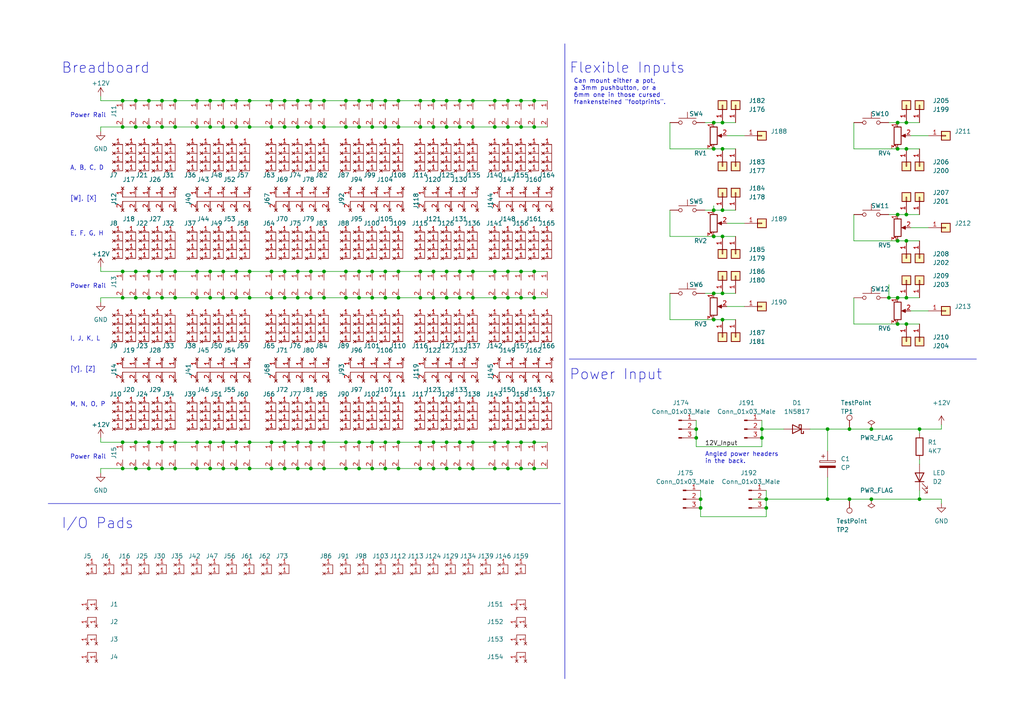
<source format=kicad_sch>
(kicad_sch (version 20220914) (generator eeschema)
  (paper "A4")
  (title_block (title "Aria Salvatrice") (date "2022-10-04") (rev "02b") (company "Aria Salvatrice"))
  (junction (at 133.35 36.83))
  (junction (at 104.14 86.36))
  (junction (at 82.55 78.74))
  (junction (at 129.54 86.36))
  (junction (at 115.57 36.83))
  (junction (at 57.15 36.83))
  (junction (at 260.35 93.98))
  (junction (at 86.36 36.83))
  (junction (at 78.74 86.36))
  (junction (at 90.17 135.89))
  (junction (at 57.15 78.74))
  (junction (at 60.96 29.21))
  (junction (at 143.51 29.21))
  (junction (at 203.2 144.78))
  (junction (at 72.39 36.83))
  (junction (at 143.51 78.74))
  (junction (at 133.35 86.36))
  (junction (at 68.58 135.89))
  (junction (at 72.39 86.36))
  (junction (at 220.98 124.46))
  (junction (at 143.51 128.27))
  (junction (at 262.89 62.23))
  (junction (at 111.76 36.83))
  (junction (at 90.17 29.21))
  (junction (at 125.73 86.36))
  (junction (at 151.13 86.36))
  (junction (at 90.17 36.83))
  (junction (at 82.55 135.89))
  (junction (at 35.56 128.27))
  (junction (at 90.17 128.27))
  (junction (at 60.96 135.89))
  (junction (at 125.73 128.27))
  (junction (at 35.56 86.36))
  (junction (at 246.38 124.46))
  (junction (at 137.16 36.83))
  (junction (at 252.73 144.78))
  (junction (at 107.95 36.83))
  (junction (at 78.74 36.83))
  (junction (at 143.51 135.89))
  (junction (at 207.01 92.71))
  (junction (at 121.92 29.21))
  (junction (at 154.94 78.74))
  (junction (at 46.99 29.21))
  (junction (at 143.51 86.36))
  (junction (at 107.95 29.21))
  (junction (at 72.39 135.89))
  (junction (at 107.95 135.89))
  (junction (at 209.55 68.58))
  (junction (at 43.18 86.36))
  (junction (at 125.73 36.83))
  (junction (at 93.98 36.83))
  (junction (at 64.77 36.83))
  (junction (at 125.73 135.89))
  (junction (at 68.58 29.21))
  (junction (at 57.15 135.89))
  (junction (at 260.35 86.36))
  (junction (at 115.57 29.21))
  (junction (at 260.35 35.56))
  (junction (at 133.35 135.89))
  (junction (at 151.13 29.21))
  (junction (at 147.32 86.36))
  (junction (at 35.56 36.83))
  (junction (at 220.98 127))
  (junction (at 50.8 78.74))
  (junction (at 260.35 69.85))
  (junction (at 50.8 128.27))
  (junction (at 207.01 68.58))
  (junction (at 100.33 86.36))
  (junction (at 43.18 29.21))
  (junction (at 147.32 36.83))
  (junction (at 39.37 29.21))
  (junction (at 125.73 78.74))
  (junction (at 72.39 128.27))
  (junction (at 115.57 78.74))
  (junction (at 147.32 78.74))
  (junction (at 201.93 124.46))
  (junction (at 207.01 35.56))
  (junction (at 43.18 135.89))
  (junction (at 35.56 135.89))
  (junction (at 50.8 86.36))
  (junction (at 82.55 29.21))
  (junction (at 209.55 92.71))
  (junction (at 46.99 135.89))
  (junction (at 222.25 147.32))
  (junction (at 100.33 29.21))
  (junction (at 154.94 36.83))
  (junction (at 72.39 78.74))
  (junction (at 262.89 93.98))
  (junction (at 60.96 78.74))
  (junction (at 86.36 78.74))
  (junction (at 39.37 36.83))
  (junction (at 78.74 29.21))
  (junction (at 262.89 35.56))
  (junction (at 82.55 36.83))
  (junction (at 252.73 124.46))
  (junction (at 86.36 29.21))
  (junction (at 50.8 29.21))
  (junction (at 151.13 135.89))
  (junction (at 68.58 128.27))
  (junction (at 107.95 78.74))
  (junction (at 64.77 135.89))
  (junction (at 209.55 35.56))
  (junction (at 100.33 128.27))
  (junction (at 50.8 36.83))
  (junction (at 39.37 135.89))
  (junction (at 111.76 29.21))
  (junction (at 137.16 78.74))
  (junction (at 46.99 78.74))
  (junction (at 201.93 127))
  (junction (at 129.54 128.27))
  (junction (at 209.55 43.18))
  (junction (at 104.14 135.89))
  (junction (at 78.74 128.27))
  (junction (at 151.13 36.83))
  (junction (at 60.96 86.36))
  (junction (at 129.54 78.74))
  (junction (at 64.77 128.27))
  (junction (at 35.56 78.74))
  (junction (at 133.35 128.27))
  (junction (at 39.37 128.27))
  (junction (at 207.01 43.18))
  (junction (at 143.51 36.83))
  (junction (at 104.14 29.21))
  (junction (at 133.35 29.21))
  (junction (at 68.58 78.74))
  (junction (at 60.96 36.83))
  (junction (at 100.33 36.83))
  (junction (at 240.03 124.46))
  (junction (at 43.18 78.74))
  (junction (at 266.7 124.46))
  (junction (at 60.96 128.27))
  (junction (at 115.57 128.27))
  (junction (at 266.7 144.78))
  (junction (at 82.55 86.36))
  (junction (at 207.01 85.09))
  (junction (at 100.33 135.89))
  (junction (at 104.14 78.74))
  (junction (at 104.14 128.27))
  (junction (at 78.74 78.74))
  (junction (at 46.99 128.27))
  (junction (at 147.32 135.89))
  (junction (at 222.25 144.78))
  (junction (at 129.54 36.83))
  (junction (at 43.18 36.83))
  (junction (at 154.94 128.27))
  (junction (at 111.76 135.89))
  (junction (at 121.92 86.36))
  (junction (at 154.94 86.36))
  (junction (at 86.36 135.89))
  (junction (at 57.15 128.27))
  (junction (at 82.55 128.27))
  (junction (at 72.39 29.21))
  (junction (at 68.58 86.36))
  (junction (at 78.74 135.89))
  (junction (at 203.2 147.32))
  (junction (at 93.98 128.27))
  (junction (at 93.98 135.89))
  (junction (at 154.94 29.21))
  (junction (at 86.36 128.27))
  (junction (at 90.17 86.36))
  (junction (at 46.99 86.36))
  (junction (at 57.15 86.36))
  (junction (at 209.55 60.96))
  (junction (at 262.89 86.36))
  (junction (at 107.95 86.36))
  (junction (at 121.92 78.74))
  (junction (at 154.94 135.89))
  (junction (at 111.76 78.74))
  (junction (at 46.99 36.83))
  (junction (at 115.57 86.36))
  (junction (at 68.58 36.83))
  (junction (at 133.35 78.74))
  (junction (at 262.89 69.85))
  (junction (at 260.35 62.23))
  (junction (at 137.16 86.36))
  (junction (at 90.17 78.74))
  (junction (at 137.16 128.27))
  (junction (at 93.98 78.74))
  (junction (at 151.13 128.27))
  (junction (at 64.77 78.74))
  (junction (at 86.36 86.36))
  (junction (at 111.76 86.36))
  (junction (at 50.8 135.89))
  (junction (at 121.92 128.27))
  (junction (at 64.77 29.21))
  (junction (at 93.98 86.36))
  (junction (at 257.81 86.36))
  (junction (at 100.33 78.74))
  (junction (at 207.01 60.96))
  (junction (at 125.73 29.21))
  (junction (at 240.03 144.78))
  (junction (at 151.13 78.74))
  (junction (at 137.16 29.21))
  (junction (at 129.54 29.21))
  (junction (at 43.18 128.27))
  (junction (at 121.92 135.89))
  (junction (at 115.57 135.89))
  (junction (at 39.37 86.36))
  (junction (at 209.55 85.09))
  (junction (at 64.77 86.36))
  (junction (at 147.32 128.27))
  (junction (at 107.95 128.27))
  (junction (at 121.92 36.83))
  (junction (at 129.54 135.89))
  (junction (at 137.16 135.89))
  (junction (at 260.35 43.18))
  (junction (at 262.89 43.18))
  (junction (at 39.37 78.74))
  (junction (at 111.76 128.27))
  (junction (at 35.56 29.21))
  (junction (at 246.38 144.78))
  (junction (at 93.98 29.21))
  (junction (at 57.15 29.21))
  (junction (at 104.14 36.83))
  (junction (at 147.32 29.21))
  (wire (pts (xy 121.92 128.27) (xy 125.73 128.27)))
  (wire (pts (xy 78.74 29.21) (xy 82.55 29.21)))
  (wire (pts (xy 100.33 135.89) (xy 104.14 135.89)))
  (wire (pts (xy 78.74 78.74) (xy 82.55 78.74)))
  (wire (pts (xy 100.33 78.74) (xy 104.14 78.74)))
  (wire (pts (xy 143.51 78.74) (xy 147.32 78.74)))
  (wire (pts (xy 147.32 36.83) (xy 151.13 36.83)))
  (wire (pts (xy 222.25 144.78) (xy 240.03 144.78)))
  (wire (pts (xy 93.98 135.89) (xy 100.33 135.89)))
  (wire (pts (xy 50.8 36.83) (xy 57.15 36.83)))
  (wire (pts (xy 68.58 78.74) (xy 72.39 78.74)))
  (wire (pts (xy 133.35 29.21) (xy 137.16 29.21)))
  (wire (pts (xy 39.37 86.36) (xy 43.18 86.36)))
  (wire (pts (xy 154.94 86.36) (xy 158.75 86.36)))
  (wire (pts (xy 147.32 29.21) (xy 151.13 29.21)))
  (wire (pts (xy 29.21 86.36) (xy 35.56 86.36)))
  (wire (pts (xy 29.21 27.94) (xy 29.21 29.21)))
  (wire (pts (xy 266.7 133.35) (xy 266.7 134.62)))
  (wire (pts (xy 262.89 86.36) (xy 260.35 86.36)))
  (wire (pts (xy 151.13 128.27) (xy 154.94 128.27)))
  (wire (pts (xy 218.44 144.78) (xy 222.25 144.78)))
  (wire (pts (xy 252.73 124.46) (xy 266.7 124.46)))
  (wire (pts (xy 29.21 135.89) (xy 29.21 137.16)))
  (wire (pts (xy 194.31 68.58) (xy 207.01 68.58)))
  (wire (pts (xy 72.39 86.36) (xy 78.74 86.36)))
  (wire (pts (xy 57.15 135.89) (xy 60.96 135.89)))
  (wire (pts (xy 35.56 29.21) (xy 39.37 29.21)))
  (wire (pts (xy 209.55 92.71) (xy 213.36 92.71)))
  (polyline (pts (xy 165.1 104.14) (xy 283.21 104.14)))
  (wire (pts (xy 72.39 78.74) (xy 78.74 78.74)))
  (wire (pts (xy 72.39 128.27) (xy 78.74 128.27)))
  (wire (pts (xy 39.37 128.27) (xy 43.18 128.27)))
  (wire (pts (xy 104.14 135.89) (xy 107.95 135.89)))
  (wire (pts (xy 143.51 86.36) (xy 147.32 86.36)))
  (wire (pts (xy 111.76 135.89) (xy 115.57 135.89)))
  (wire (pts (xy 220.98 124.46) (xy 227.33 124.46)))
  (wire (pts (xy 29.21 29.21) (xy 35.56 29.21)))
  (wire (pts (xy 82.55 78.74) (xy 86.36 78.74)))
  (wire (pts (xy 262.89 35.56) (xy 260.35 35.56)))
  (wire (pts (xy 64.77 78.74) (xy 68.58 78.74)))
  (wire (pts (xy 201.93 121.92) (xy 201.93 124.46)))
  (wire (pts (xy 209.55 35.56) (xy 207.01 35.56)))
  (wire (pts (xy 46.99 29.21) (xy 50.8 29.21)))
  (wire (pts (xy 72.39 135.89) (xy 78.74 135.89)))
  (wire (pts (xy 121.92 86.36) (xy 125.73 86.36)))
  (wire (pts (xy 35.56 78.74) (xy 39.37 78.74)))
  (wire (pts (xy 247.65 43.18) (xy 260.35 43.18)))
  (wire (pts (xy 213.36 60.96) (xy 209.55 60.96)))
  (wire (pts (xy 154.94 128.27) (xy 158.75 128.27)))
  (wire (pts (xy 209.55 68.58) (xy 207.01 68.58)))
  (wire (pts (xy 107.95 135.89) (xy 111.76 135.89)))
  (wire (pts (xy 121.92 36.83) (xy 125.73 36.83)))
  (wire (pts (xy 29.21 36.83) (xy 35.56 36.83)))
  (wire (pts (xy 43.18 128.27) (xy 46.99 128.27)))
  (wire (pts (xy 207.01 60.96) (xy 207.01 59.69)))
  (wire (pts (xy 121.92 135.89) (xy 125.73 135.89)))
  (wire (pts (xy 151.13 29.21) (xy 154.94 29.21)))
  (wire (pts (xy 64.77 128.27) (xy 68.58 128.27)))
  (wire (pts (xy 222.25 144.78) (xy 222.25 142.24)))
  (wire (pts (xy 115.57 36.83) (xy 121.92 36.83)))
  (wire (pts (xy 107.95 128.27) (xy 111.76 128.27)))
  (wire (pts (xy 90.17 135.89) (xy 93.98 135.89)))
  (wire (pts (xy 111.76 86.36) (xy 115.57 86.36)))
  (wire (pts (xy 194.31 43.18) (xy 207.01 43.18)))
  (wire (pts (xy 125.73 29.21) (xy 129.54 29.21)))
  (wire (pts (xy 129.54 36.83) (xy 133.35 36.83)))
  (wire (pts (xy 64.77 135.89) (xy 68.58 135.89)))
  (wire (pts (xy 121.92 29.21) (xy 125.73 29.21)))
  (wire (pts (xy 204.47 60.96) (xy 207.01 60.96)))
  (wire (pts (xy 93.98 128.27) (xy 100.33 128.27)))
  (wire (pts (xy 147.32 86.36) (xy 151.13 86.36)))
  (wire (pts (xy 220.98 127) (xy 220.98 129.54)))
  (wire (pts (xy 262.89 69.85) (xy 260.35 69.85)))
  (wire (pts (xy 247.65 35.56) (xy 247.65 43.18)))
  (wire (pts (xy 68.58 135.89) (xy 72.39 135.89)))
  (wire (pts (xy 252.73 144.78) (xy 266.7 144.78)))
  (wire (pts (xy 240.03 138.43) (xy 240.03 144.78)))
  (wire (pts (xy 60.96 29.21) (xy 64.77 29.21)))
  (wire (pts (xy 39.37 36.83) (xy 43.18 36.83)))
  (wire (pts (xy 46.99 128.27) (xy 50.8 128.27)))
  (wire (pts (xy 82.55 135.89) (xy 86.36 135.89)))
  (wire (pts (xy 107.95 29.21) (xy 111.76 29.21)))
  (wire (pts (xy 115.57 78.74) (xy 121.92 78.74)))
  (wire (pts (xy 222.25 149.86) (xy 222.25 147.32)))
  (wire (pts (xy 129.54 29.21) (xy 133.35 29.21)))
  (wire (pts (xy 107.95 86.36) (xy 111.76 86.36)))
  (wire (pts (xy 82.55 86.36) (xy 86.36 86.36)))
  (wire (pts (xy 57.15 36.83) (xy 60.96 36.83)))
  (wire (pts (xy 68.58 29.21) (xy 72.39 29.21)))
  (wire (pts (xy 129.54 78.74) (xy 133.35 78.74)))
  (wire (pts (xy 215.9 64.77) (xy 210.82 64.77)))
  (wire (pts (xy 46.99 86.36) (xy 50.8 86.36)))
  (wire (pts (xy 194.31 85.09) (xy 194.31 92.71)))
  (wire (pts (xy 72.39 36.83) (xy 78.74 36.83)))
  (wire (pts (xy 257.81 62.23) (xy 260.35 62.23)))
  (wire (pts (xy 90.17 128.27) (xy 93.98 128.27)))
  (wire (pts (xy 137.16 78.74) (xy 143.51 78.74)))
  (wire (pts (xy 50.8 86.36) (xy 57.15 86.36)))
  (wire (pts (xy 107.95 78.74) (xy 111.76 78.74)))
  (wire (pts (xy 262.89 86.36) (xy 266.7 86.36)))
  (wire (pts (xy 220.98 124.46) (xy 220.98 127)))
  (wire (pts (xy 115.57 29.21) (xy 121.92 29.21)))
  (polyline (pts (xy 163.83 12.7) (xy 163.83 196.85)))
  (wire (pts (xy 203.2 144.78) (xy 203.2 147.32)))
  (wire (pts (xy 90.17 36.83) (xy 93.98 36.83)))
  (wire (pts (xy 39.37 29.21) (xy 43.18 29.21)))
  (wire (pts (xy 86.36 78.74) (xy 90.17 78.74)))
  (wire (pts (xy 240.03 144.78) (xy 246.38 144.78)))
  (wire (pts (xy 209.55 85.09) (xy 207.01 85.09)))
  (wire (pts (xy 209.55 43.18) (xy 213.36 43.18)))
  (wire (pts (xy 137.16 135.89) (xy 143.51 135.89)))
  (wire (pts (xy 204.47 85.09) (xy 207.01 85.09)))
  (wire (pts (xy 125.73 135.89) (xy 129.54 135.89)))
  (wire (pts (xy 35.56 135.89) (xy 39.37 135.89)))
  (wire (pts (xy 201.93 124.46) (xy 201.93 127)))
  (wire (pts (xy 104.14 78.74) (xy 107.95 78.74)))
  (wire (pts (xy 68.58 86.36) (xy 72.39 86.36)))
  (wire (pts (xy 266.7 144.78) (xy 273.05 144.78)))
  (wire (pts (xy 133.35 135.89) (xy 137.16 135.89)))
  (wire (pts (xy 115.57 86.36) (xy 121.92 86.36)))
  (wire (pts (xy 60.96 78.74) (xy 64.77 78.74)))
  (wire (pts (xy 35.56 128.27) (xy 39.37 128.27)))
  (wire (pts (xy 107.95 36.83) (xy 111.76 36.83)))
  (wire (pts (xy 133.35 36.83) (xy 137.16 36.83)))
  (wire (pts (xy 104.14 128.27) (xy 107.95 128.27)))
  (wire (pts (xy 257.81 86.36) (xy 260.35 86.36)))
  (wire (pts (xy 121.92 78.74) (xy 125.73 78.74)))
  (wire (pts (xy 266.7 124.46) (xy 266.7 125.73)))
  (wire (pts (xy 154.94 78.74) (xy 158.75 78.74)))
  (wire (pts (xy 104.14 86.36) (xy 107.95 86.36)))
  (wire (pts (xy 204.47 35.56) (xy 207.01 35.56)))
  (wire (pts (xy 240.03 124.46) (xy 240.03 130.81)))
  (wire (pts (xy 220.98 121.92) (xy 220.98 124.46)))
  (wire (pts (xy 273.05 144.78) (xy 273.05 146.05)))
  (wire (pts (xy 247.65 69.85) (xy 260.35 69.85)))
  (wire (pts (xy 269.24 90.17) (xy 264.16 90.17)))
  (wire (pts (xy 247.65 86.36) (xy 247.65 93.98)))
  (wire (pts (xy 93.98 78.74) (xy 100.33 78.74)))
  (wire (pts (xy 133.35 128.27) (xy 137.16 128.27)))
  (wire (pts (xy 209.55 60.96) (xy 207.01 60.96)))
  (wire (pts (xy 257.81 82.55) (xy 257.81 86.36)))
  (wire (pts (xy 35.56 86.36) (xy 39.37 86.36)))
  (wire (pts (xy 194.31 92.71) (xy 207.01 92.71)))
  (wire (pts (xy 46.99 36.83) (xy 50.8 36.83)))
  (wire (pts (xy 29.21 86.36) (xy 29.21 87.63)))
  (polyline (pts (xy 13.97 146.05) (xy 162.56 146.05)))
  (wire (pts (xy 78.74 128.27) (xy 82.55 128.27)))
  (wire (pts (xy 143.51 135.89) (xy 147.32 135.89)))
  (wire (pts (xy 154.94 29.21) (xy 158.75 29.21)))
  (wire (pts (xy 57.15 86.36) (xy 60.96 86.36)))
  (wire (pts (xy 234.95 124.46) (xy 240.03 124.46)))
  (wire (pts (xy 151.13 36.83) (xy 154.94 36.83)))
  (wire (pts (xy 111.76 36.83) (xy 115.57 36.83)))
  (wire (pts (xy 246.38 144.78) (xy 252.73 144.78)))
  (wire (pts (xy 111.76 29.21) (xy 115.57 29.21)))
  (wire (pts (xy 43.18 135.89) (xy 46.99 135.89)))
  (wire (pts (xy 78.74 135.89) (xy 82.55 135.89)))
  (wire (pts (xy 64.77 29.21) (xy 68.58 29.21)))
  (wire (pts (xy 57.15 78.74) (xy 60.96 78.74)))
  (wire (pts (xy 78.74 86.36) (xy 82.55 86.36)))
  (wire (pts (xy 143.51 29.21) (xy 147.32 29.21)))
  (wire (pts (xy 50.8 135.89) (xy 57.15 135.89)))
  (wire (pts (xy 93.98 36.83) (xy 100.33 36.83)))
  (wire (pts (xy 82.55 36.83) (xy 86.36 36.83)))
  (wire (pts (xy 111.76 78.74) (xy 115.57 78.74)))
  (wire (pts (xy 43.18 36.83) (xy 46.99 36.83)))
  (wire (pts (xy 100.33 29.21) (xy 104.14 29.21)))
  (wire (pts (xy 194.31 60.96) (xy 194.31 68.58)))
  (wire (pts (xy 133.35 86.36) (xy 137.16 86.36)))
  (wire (pts (xy 203.2 147.32) (xy 203.2 149.86)))
  (wire (pts (xy 35.56 36.83) (xy 39.37 36.83)))
  (wire (pts (xy 29.21 128.27) (xy 35.56 128.27)))
  (wire (pts (xy 262.89 93.98) (xy 260.35 93.98)))
  (wire (pts (xy 257.81 35.56) (xy 260.35 35.56)))
  (wire (pts (xy 100.33 36.83) (xy 104.14 36.83)))
  (wire (pts (xy 72.39 29.21) (xy 78.74 29.21)))
  (wire (pts (xy 203.2 142.24) (xy 203.2 144.78)))
  (wire (pts (xy 222.25 147.32) (xy 222.25 144.78)))
  (wire (pts (xy 129.54 86.36) (xy 133.35 86.36)))
  (wire (pts (xy 262.89 43.18) (xy 266.7 43.18)))
  (wire (pts (xy 115.57 135.89) (xy 121.92 135.89)))
  (wire (pts (xy 43.18 29.21) (xy 46.99 29.21)))
  (wire (pts (xy 262.89 69.85) (xy 266.7 69.85)))
  (wire (pts (xy 29.21 127) (xy 29.21 128.27)))
  (wire (pts (xy 143.51 128.27) (xy 147.32 128.27)))
  (wire (pts (xy 143.51 36.83) (xy 147.32 36.83)))
  (wire (pts (xy 46.99 135.89) (xy 50.8 135.89)))
  (wire (pts (xy 90.17 78.74) (xy 93.98 78.74)))
  (wire (pts (xy 46.99 78.74) (xy 50.8 78.74)))
  (wire (pts (xy 125.73 128.27) (xy 129.54 128.27)))
  (wire (pts (xy 43.18 86.36) (xy 46.99 86.36)))
  (wire (pts (xy 64.77 36.83) (xy 68.58 36.83)))
  (wire (pts (xy 262.89 43.18) (xy 260.35 43.18)))
  (wire (pts (xy 194.31 35.56) (xy 194.31 43.18)))
  (wire (pts (xy 125.73 78.74) (xy 129.54 78.74)))
  (wire (pts (xy 154.94 36.83) (xy 158.75 36.83)))
  (wire (pts (xy 57.15 29.21) (xy 60.96 29.21)))
  (wire (pts (xy 39.37 78.74) (xy 43.18 78.74)))
  (wire (pts (xy 64.77 86.36) (xy 68.58 86.36)))
  (wire (pts (xy 104.14 29.21) (xy 107.95 29.21)))
  (wire (pts (xy 273.05 124.46) (xy 273.05 123.19)))
  (wire (pts (xy 151.13 78.74) (xy 154.94 78.74)))
  (wire (pts (xy 68.58 36.83) (xy 72.39 36.83)))
  (wire (pts (xy 93.98 86.36) (xy 100.33 86.36)))
  (wire (pts (xy 29.21 77.47) (xy 29.21 78.74)))
  (wire (pts (xy 29.21 135.89) (xy 35.56 135.89)))
  (wire (pts (xy 90.17 86.36) (xy 93.98 86.36)))
  (wire (pts (xy 100.33 128.27) (xy 104.14 128.27)))
  (wire (pts (xy 215.9 88.9) (xy 210.82 88.9)))
  (wire (pts (xy 201.93 127) (xy 201.93 129.54)))
  (wire (pts (xy 147.32 128.27) (xy 151.13 128.27)))
  (wire (pts (xy 57.15 128.27) (xy 60.96 128.27)))
  (wire (pts (xy 151.13 86.36) (xy 154.94 86.36)))
  (wire (pts (xy 43.18 78.74) (xy 46.99 78.74)))
  (wire (pts (xy 209.55 68.58) (xy 213.36 68.58)))
  (wire (pts (xy 60.96 128.27) (xy 64.77 128.27)))
  (wire (pts (xy 269.24 66.04) (xy 264.16 66.04)))
  (wire (pts (xy 137.16 86.36) (xy 143.51 86.36)))
  (wire (pts (xy 29.21 36.83) (xy 29.21 38.1)))
  (wire (pts (xy 50.8 29.21) (xy 57.15 29.21)))
  (wire (pts (xy 129.54 128.27) (xy 133.35 128.27)))
  (wire (pts (xy 86.36 135.89) (xy 90.17 135.89)))
  (wire (pts (xy 266.7 142.24) (xy 266.7 144.78)))
  (wire (pts (xy 82.55 128.27) (xy 86.36 128.27)))
  (wire (pts (xy 262.89 62.23) (xy 266.7 62.23)))
  (wire (pts (xy 151.13 135.89) (xy 154.94 135.89)))
  (wire (pts (xy 39.37 135.89) (xy 43.18 135.89)))
  (wire (pts (xy 247.65 93.98) (xy 260.35 93.98)))
  (wire (pts (xy 86.36 36.83) (xy 90.17 36.83)))
  (wire (pts (xy 115.57 128.27) (xy 121.92 128.27)))
  (wire (pts (xy 137.16 128.27) (xy 143.51 128.27)))
  (wire (pts (xy 68.58 128.27) (xy 72.39 128.27)))
  (wire (pts (xy 210.82 39.37) (xy 215.9 39.37)))
  (wire (pts (xy 154.94 135.89) (xy 158.75 135.89)))
  (wire (pts (xy 111.76 128.27) (xy 115.57 128.27)))
  (wire (pts (xy 240.03 124.46) (xy 246.38 124.46)))
  (wire (pts (xy 29.21 78.74) (xy 35.56 78.74)))
  (wire (pts (xy 137.16 36.83) (xy 143.51 36.83)))
  (wire (pts (xy 100.33 86.36) (xy 104.14 86.36)))
  (wire (pts (xy 247.65 62.23) (xy 247.65 69.85)))
  (wire (pts (xy 78.74 36.83) (xy 82.55 36.83)))
  (wire (pts (xy 209.55 85.09) (xy 213.36 85.09)))
  (wire (pts (xy 82.55 29.21) (xy 86.36 29.21)))
  (wire (pts (xy 262.89 62.23) (xy 260.35 62.23)))
  (wire (pts (xy 90.17 29.21) (xy 93.98 29.21)))
  (wire (pts (xy 262.89 93.98) (xy 266.7 93.98)))
  (wire (pts (xy 203.2 149.86) (xy 222.25 149.86)))
  (wire (pts (xy 86.36 86.36) (xy 90.17 86.36)))
  (wire (pts (xy 60.96 135.89) (xy 64.77 135.89)))
  (wire (pts (xy 86.36 29.21) (xy 90.17 29.21)))
  (wire (pts (xy 209.55 35.56) (xy 213.36 35.56)))
  (wire (pts (xy 60.96 86.36) (xy 64.77 86.36)))
  (wire (pts (xy 93.98 29.21) (xy 100.33 29.21)))
  (wire (pts (xy 125.73 86.36) (xy 129.54 86.36)))
  (wire (pts (xy 209.55 43.18) (xy 207.01 43.18)))
  (wire (pts (xy 201.93 129.54) (xy 220.98 129.54)))
  (wire (pts (xy 246.38 124.46) (xy 252.73 124.46)))
  (wire (pts (xy 129.54 135.89) (xy 133.35 135.89)))
  (wire (pts (xy 209.55 92.71) (xy 207.01 92.71)))
  (wire (pts (xy 269.24 39.37) (xy 264.16 39.37)))
  (wire (pts (xy 50.8 78.74) (xy 57.15 78.74)))
  (wire (pts (xy 262.89 35.56) (xy 266.7 35.56)))
  (wire (pts (xy 125.73 36.83) (xy 129.54 36.83)))
  (wire (pts (xy 133.35 78.74) (xy 137.16 78.74)))
  (wire (pts (xy 137.16 29.21) (xy 143.51 29.21)))
  (wire (pts (xy 86.36 128.27) (xy 90.17 128.27)))
  (wire (pts (xy 147.32 135.89) (xy 151.13 135.89)))
  (wire (pts (xy 60.96 36.83) (xy 64.77 36.83)))
  (wire (pts (xy 104.14 36.83) (xy 107.95 36.83)))
  (wire (pts (xy 266.7 124.46) (xy 273.05 124.46)))
  (wire (pts (xy 50.8 128.27) (xy 57.15 128.27)))
  (wire (pts (xy 147.32 78.74) (xy 151.13 78.74)))
  (text "E, F, G, H" (at 20.32 68.58 0) (effects (font (size 1.27 1.27)) (justify left bottom)))
  (text "Power Rail" (at 20.32 34.29 0) (effects (font (size 1.27 1.27)) (justify left bottom)))
  (text "[Y], [Z]" (at 20.32 107.95 0) (effects (font (size 1.27 1.27)) (justify left bottom)))
  (text "Breadboard" (at 17.78 21.59 0) (effects (font (size 3 3)) (justify left bottom)))
  (text "Can mount either a pot,\na 3mm pushbutton, or a\n6mm one in those cursed\nfrankensteined \"footprints\"." (at 166.37 30.48 0) (effects (font (size 1.27 1.27)) (justify left bottom)))
  (text "I/O Pads" (at 17.78 153.67 0) (effects (font (size 3 3)) (justify left bottom)))
  (text "[W], [X]" (at 20.32 58.42 0) (effects (font (size 1.27 1.27)) (justify left bottom)))
  (text "Power Input" (at 165.1 110.49 0) (effects (font (size 3 3)) (justify left bottom)))
  (text "A, B, C, D" (at 20.32 49.53 0) (effects (font (size 1.27 1.27)) (justify left bottom)))
  (text "Flexible Inputs" (at 165.1 21.59 0) (effects (font (size 3 3)) (justify left bottom)))
  (text "I, J, K, L" (at 20.32 99.06 0) (effects (font (size 1.27 1.27)) (justify left bottom)))
  (text "Angled power headers\nin the back." (at 204.47 134.62 0) (effects (font (size 1.27 1.27)) (justify left bottom)))
  (text "Power Rail" (at 20.32 83.82 0) (effects (font (size 1.27 1.27)) (justify left bottom)))
  (text "Power Rail" (at 20.32 133.35 0) (effects (font (size 1.27 1.27)) (justify left bottom)))
  (text "M, N, O, P" (at 20.32 118.11 0) (effects (font (size 1.27 1.27)) (justify left bottom)))
  (label "12V_Input" (at 204.47 129.54 0))
  (symbol (lib_id "Connector_Generic:Conn_01x01") (at 266.7 30.48 90) (unit 1)
    (default_instance (reference "") (unit 1) (value "") (footprint ""))
    (property "Reference" "J205" (at 270.51 29.21 90) (effects (justify right)))
    (property "Value" "Conn_01x01" (effects hide))
    (property "Footprint" "ao_tht:Perf_Board_Hole" (effects hide))
  )
  (symbol (lib_id "Prototype_Board:Connectable_Pad_Group_01x04") (at 104.14 40.64 0) (unit 1) (in_bom no)
    (default_instance (reference "J215") (unit 1) (value "Connectable_Pad_Group_01x04") (footprint "Protoboard:Connectable_Pad_Group_01x04"))
    (property "Reference" "J94" (at 101.6 52.07 0) (effects (justify left)))
    (property "Value" "Connectable_Pad_Group_01x04" (effects hide))
    (property "Footprint" "Protoboard:Connectable_Pad_Group_01x04" (effects hide))
  )
  (symbol (lib_id "Prototype_Board:Connectable_Pad_Group_01x04") (at 55.88 40.64 0) (unit 1) (in_bom no)
    (default_instance (reference "J215") (unit 1) (value "Connectable_Pad_Group_01x04") (footprint "Protoboard:Connectable_Pad_Group_01x04"))
    (property "Reference" "J36" (at 53.34 50.8 0) (effects (justify left)))
    (property "Value" "Connectable_Pad_Group_01x04" (effects hide))
    (property "Footprint" "Protoboard:Connectable_Pad_Group_01x04" (effects hide))
  )
  (symbol (lib_id "Connector:Conn_01x03_Male") (at 217.17 144.78 0) (unit 1)
    (default_instance (reference "") (unit 1) (value "") (footprint ""))
    (property "Reference" "J192" (at 217.17 137.16 0))
    (property "Value" "Conn_01x03_Male" (at 217.805 139.7 0))
    (property "Footprint" "Connector_PinHeader_2.54mm:PinHeader_1x03_P2.54mm_Horizontal" (effects hide))
  )
  (symbol (lib_id "Prototype_Board:Connectable_Pad_Group_01x04") (at 45.72 115.57 0) (unit 1) (in_bom no)
    (default_instance (reference "J215") (unit 1) (value "Connectable_Pad_Group_01x04") (footprint "Protoboard:Connectable_Pad_Group_01x04"))
    (property "Reference" "J29" (at 43.18 113.03 0) (effects (justify left)))
    (property "Value" "Connectable_Pad_Group_01x04" (effects hide))
    (property "Footprint" "Protoboard:Connectable_Pad_Group_01x04" (effects hide))
  )
  (symbol (lib_id "Switch:SW_Push") (at 252.73 86.36 0) (unit 1)
    (default_instance (reference "") (unit 1) (value "") (footprint ""))
    (property "Reference" "SW12" (at 255.27 83.82 0))
    (property "Value" "SW_Push_Dual" (effects hide))
    (property "Footprint" "Button_Switch_THT:SW_PUSH_6mm" (effects hide))
  )
  (symbol (lib_id "Prototype_Board:Connectable_Pad_Group_01x04") (at 38.1 90.17 0) (unit 1) (in_bom no)
    (default_instance (reference "J215") (unit 1) (value "Connectable_Pad_Group_01x04") (footprint "Protoboard:Connectable_Pad_Group_01x04"))
    (property "Reference" "J19" (at 35.56 101.6 0) (effects (justify left)))
    (property "Value" "Connectable_Pad_Group_01x04" (effects hide))
    (property "Footprint" "Protoboard:Connectable_Pad_Group_01x04" (effects hide))
  )
  (symbol (lib_id "Prototype_Board:Connectable_Pad_Group_01x04") (at 90.17 115.57 0) (unit 1) (in_bom no)
    (default_instance (reference "J215") (unit 1) (value "Connectable_Pad_Group_01x04") (footprint "Protoboard:Connectable_Pad_Group_01x04"))
    (property "Reference" "J81" (at 87.63 113.03 0) (effects (justify left)))
    (property "Value" "Connectable_Pad_Group_01x04" (effects hide))
    (property "Footprint" "Protoboard:Connectable_Pad_Group_01x04" (effects hide))
  )
  (symbol (lib_id "Prototype_Board:Connectable_Pad_Group_01x02") (at 120.65 162.56 0) (unit 1) (in_bom no)
    (default_instance (reference "J170") (unit 1) (value "Connectable_Pad_Group_01x02") (footprint "Protoboard:Connectable_Pad_Group_01x02"))
    (property "Reference" "J113" (at 118.11 161.29 0) (effects (justify left)))
    (property "Value" "Connectable_Pad_Group_01x02" (effects hide))
    (property "Footprint" "Protoboard:Connectable_Pad_Group_01x02" (effects hide))
  )
  (symbol (lib_id "Prototype_Board:Connectable_Pad_Group_01x04") (at 78.74 66.04 0) (unit 1) (in_bom no)
    (default_instance (reference "J215") (unit 1) (value "Connectable_Pad_Group_01x04") (footprint "Protoboard:Connectable_Pad_Group_01x04"))
    (property "Reference" "J64" (at 76.2 64.77 0) (effects (justify left)))
    (property "Value" "Connectable_Pad_Group_01x04" (effects hide))
    (property "Footprint" "Protoboard:Connectable_Pad_Group_01x04" (effects hide))
  )
  (symbol (lib_id "Switch:SW_Push") (at 199.39 60.96 0) (unit 1)
    (default_instance (reference "") (unit 1) (value "") (footprint ""))
    (property "Reference" "SW5" (at 201.93 58.42 0))
    (property "Value" "SW_Push_Dual" (effects hide))
    (property "Footprint" "Button_Switch_THT:SW_PUSH_6mm" (effects hide))
  )
  (symbol (lib_id "Prototype_Board:Connectable_Pad_Group_01x04") (at 100.33 40.64 0) (unit 1) (in_bom no)
    (default_instance (reference "J215") (unit 1) (value "Connectable_Pad_Group_01x04") (footprint "Protoboard:Connectable_Pad_Group_01x04"))
    (property "Reference" "J87" (at 97.79 50.8 0) (effects (justify left)))
    (property "Value" "Connectable_Pad_Group_01x04" (effects hide))
    (property "Footprint" "Protoboard:Connectable_Pad_Group_01x04" (effects hide))
  )
  (symbol (lib_id "Connector:TestPoint") (at 246.38 124.46 0) (unit 1)
    (default_instance (reference "") (unit 1) (value "") (footprint ""))
    (property "Reference" "TP1" (at 243.84 119.38 0) (effects (justify left)))
    (property "Value" "TestPoint" (at 243.84 116.84 0) (effects (justify left)))
    (property "Footprint" "TestPoint:TestPoint_THTPad_1.0x1.0mm_Drill0.5mm" (effects hide))
  )
  (symbol (lib_id "Prototype_Board:Connectable_Pad_Group_01x04") (at 82.55 40.64 0) (unit 1) (in_bom no)
    (default_instance (reference "J215") (unit 1) (value "Connectable_Pad_Group_01x04") (footprint "Protoboard:Connectable_Pad_Group_01x04"))
    (property "Reference" "J69" (at 80.01 52.07 0) (effects (justify left)))
    (property "Value" "Connectable_Pad_Group_01x04" (effects hide))
    (property "Footprint" "Protoboard:Connectable_Pad_Group_01x04" (effects hide))
  )
  (symbol (lib_id "Prototype_Board:Connectable_Pad_Group_01x02") (at 67.31 162.56 0) (unit 1) (in_bom no)
    (default_instance (reference "J170") (unit 1) (value "Connectable_Pad_Group_01x02") (footprint "Protoboard:Connectable_Pad_Group_01x02"))
    (property "Reference" "J56" (at 64.77 161.29 0) (effects (justify left)))
    (property "Value" "Connectable_Pad_Group_01x02" (effects hide))
    (property "Footprint" "Protoboard:Connectable_Pad_Group_01x02" (effects hide))
  )
  (symbol (lib_id "Prototype_Board:Connectable_Pad_Group_01x04") (at 129.54 115.57 0) (unit 1) (in_bom no)
    (default_instance (reference "J215") (unit 1) (value "Connectable_Pad_Group_01x04") (footprint "Protoboard:Connectable_Pad_Group_01x04"))
    (property "Reference" "J128" (at 127 114.3 0) (effects (justify left)))
    (property "Value" "Connectable_Pad_Group_01x04" (effects hide))
    (property "Footprint" "Protoboard:Connectable_Pad_Group_01x04" (effects hide))
  )
  (symbol (lib_id "Connector_Generic:Conn_01x01") (at 209.55 30.48 90) (unit 1)
    (default_instance (reference "") (unit 1) (value "") (footprint ""))
    (property "Reference" "J176" (at 217.17 31.75 90) (effects (justify right)))
    (property "Value" "Conn_01x01" (effects hide))
    (property "Footprint" "ao_tht:Perf_Board_Hole" (effects hide))
  )
  (symbol (lib_id "Prototype_Board:Connectable_Pad_Group_01x02") (at 62.23 162.56 0) (unit 1) (in_bom no)
    (default_instance (reference "J170") (unit 1) (value "Connectable_Pad_Group_01x02") (footprint "Protoboard:Connectable_Pad_Group_01x02"))
    (property "Reference" "J47" (at 59.69 161.29 0) (effects (justify left)))
    (property "Value" "Connectable_Pad_Group_01x02" (effects hide))
    (property "Footprint" "Protoboard:Connectable_Pad_Group_01x02" (effects hide))
  )
  (symbol (lib_id "Device:C_Polarized") (at 240.03 134.62 0) (unit 1)
    (default_instance (reference "") (unit 1) (value "") (footprint ""))
    (property "Reference" "C1" (at 243.84 133.096 0) (effects (justify left)))
    (property "Value" "CP" (at 243.84 135.636 0) (effects (justify left)))
    (property "Footprint" "ao_tht:CP_Radial_D6.3mm_P2.50mm" (effects hide))
  )
  (symbol (lib_id "Prototype_Board:Connectable_Pad_Group_01x04") (at 49.53 115.57 0) (unit 1) (in_bom no)
    (default_instance (reference "J215") (unit 1) (value "Connectable_Pad_Group_01x04") (footprint "Protoboard:Connectable_Pad_Group_01x04"))
    (property "Reference" "J34" (at 46.99 114.3 0) (effects (justify left)))
    (property "Value" "Connectable_Pad_Group_01x04" (effects hide))
    (property "Footprint" "Protoboard:Connectable_Pad_Group_01x04" (effects hide))
  )
  (symbol (lib_id "Prototype_Board:Connectable_Pad_Group_01x04") (at 90.17 90.17 0) (unit 1) (in_bom no)
    (default_instance (reference "J215") (unit 1) (value "Connectable_Pad_Group_01x04") (footprint "Protoboard:Connectable_Pad_Group_01x04"))
    (property "Reference" "J80" (at 87.63 101.6 0) (effects (justify left)))
    (property "Value" "Connectable_Pad_Group_01x04" (effects hide))
    (property "Footprint" "Protoboard:Connectable_Pad_Group_01x04" (effects hide))
  )
  (symbol (lib_id "Connector_Generic:Conn_01x01") (at 262.89 99.06 270) (unit 1)
    (default_instance (reference "") (unit 1) (value "") (footprint ""))
    (property "Reference" "J204" (at 270.51 100.33 90) (effects (justify left)))
    (property "Value" "Conn_01x01" (effects hide))
    (property "Footprint" "ao_tht:Perf_Board_Hole" (effects hide))
  )
  (symbol (lib_id "Connector_Generic:Conn_01x01") (at 262.89 74.93 270) (unit 1)
    (default_instance (reference "") (unit 1) (value "") (footprint ""))
    (property "Reference" "J202" (at 270.51 76.2 90) (effects (justify left)))
    (property "Value" "Conn_01x01" (effects hide))
    (property "Footprint" "ao_tht:Perf_Board_Hole" (effects hide))
  )
  (symbol (lib_id "Prototype_Board:Connectable_Pad_Group_02x05") (at 101.6 52.07 0) (unit 1)
    (default_instance (reference "J216") (unit 1) (value "~") (footprint "Protoboard:Connectable_Pad_Group_02x05"))
    (property "Reference" "J92" (at 99.06 55.88 90) (effects (justify right)))
    (property "Value" "~" (at 100.33 59.055 0) (effects (justify right)))
    (property "Footprint" "Protoboard:Connectable_Pad_Group_02x05" (effects hide))
  )
  (symbol (lib_id "Prototype_Board:Connectable_Pad_Group_01x04") (at 63.5 40.64 0) (unit 1) (in_bom no)
    (default_instance (reference "J215") (unit 1) (value "Connectable_Pad_Group_01x04") (footprint "Protoboard:Connectable_Pad_Group_01x04"))
    (property "Reference" "J48" (at 60.96 50.8 0) (effects (justify left)))
    (property "Value" "Connectable_Pad_Group_01x04" (effects hide))
    (property "Footprint" "Protoboard:Connectable_Pad_Group_01x04" (effects hide))
  )
  (symbol (lib_id "Prototype_Board:Connectable_Pad_Group_01x04") (at 125.73 115.57 0) (unit 1) (in_bom no)
    (default_instance (reference "J215") (unit 1) (value "Connectable_Pad_Group_01x04") (footprint "Protoboard:Connectable_Pad_Group_01x04"))
    (property "Reference" "J123" (at 123.19 113.03 0) (effects (justify left)))
    (property "Value" "Connectable_Pad_Group_01x04" (effects hide))
    (property "Footprint" "Protoboard:Connectable_Pad_Group_01x04" (effects hide))
  )
  (symbol (lib_id "Prototype_Board:Connectable_Pad_Group_01x02") (at 24.13 185.42 90) (unit 1) (in_bom no)
    (default_instance (reference "J170") (unit 1) (value "Connectable_Pad_Group_01x02") (footprint "Protoboard:Connectable_Pad_Group_01x02"))
    (property "Reference" "J3" (at 34.29 185.42 90) (effects (justify left)))
    (property "Value" "Connectable_Pad_Group_01x02" (effects hide))
    (property "Footprint" "Protoboard:Connectable_Pad_Group_01x02" (effects hide))
  )
  (symbol (lib_id "Prototype_Board:Connectable_Pad_Group_01x04") (at 82.55 115.57 0) (unit 1) (in_bom no)
    (default_instance (reference "J215") (unit 1) (value "Connectable_Pad_Group_01x04") (footprint "Protoboard:Connectable_Pad_Group_01x04"))
    (property "Reference" "J72" (at 80.01 113.03 0) (effects (justify left)))
    (property "Value" "Connectable_Pad_Group_01x04" (effects hide))
    (property "Footprint" "Protoboard:Connectable_Pad_Group_01x04" (effects hide))
  )
  (symbol (lib_id "Prototype_Board:Connectable_Pad_Group_01x04") (at 63.5 90.17 0) (unit 1) (in_bom no)
    (default_instance (reference "J215") (unit 1) (value "Connectable_Pad_Group_01x04") (footprint "Protoboard:Connectable_Pad_Group_01x04"))
    (property "Reference" "J50" (at 60.96 100.33 0) (effects (justify left)))
    (property "Value" "Connectable_Pad_Group_01x04" (effects hide))
    (property "Footprint" "Protoboard:Connectable_Pad_Group_01x04" (effects hide))
  )
  (symbol (lib_id "Prototype_Board:Connectable_Pad_Group_01x04") (at 90.17 40.64 0) (unit 1) (in_bom no)
    (default_instance (reference "J215") (unit 1) (value "Connectable_Pad_Group_01x04") (footprint "Protoboard:Connectable_Pad_Group_01x04"))
    (property "Reference" "J78" (at 87.63 52.07 0) (effects (justify left)))
    (property "Value" "Connectable_Pad_Group_01x04" (effects hide))
    (property "Footprint" "Protoboard:Connectable_Pad_Group_01x04" (effects hide))
  )
  (symbol (lib_id "Prototype_Board:Connectable_Pad_Group_01x04") (at 55.88 90.17 0) (unit 1) (in_bom no)
    (default_instance (reference "J215") (unit 1) (value "Connectable_Pad_Group_01x04") (footprint "Protoboard:Connectable_Pad_Group_01x04"))
    (property "Reference" "J38" (at 53.34 100.33 0) (effects (justify left)))
    (property "Value" "Connectable_Pad_Group_01x04" (effects hide))
    (property "Footprint" "Protoboard:Connectable_Pad_Group_01x04" (effects hide))
  )
  (symbol (lib_id "Prototype_Board:Connectable_Pad_Group_02x05") (at 123.19 101.6 0) (unit 1)
    (default_instance (reference "J216") (unit 1) (value "~") (footprint "Protoboard:Connectable_Pad_Group_02x05"))
    (property "Reference" "J119" (at 120.65 105.41 90) (effects (justify right)))
    (property "Value" "~" (at 121.92 108.585 0) (effects (justify right)))
    (property "Footprint" "Protoboard:Connectable_Pad_Group_02x05" (effects hide))
  )
  (symbol (lib_id "Prototype_Board:Connectable_Pad_Group_01x04") (at 104.14 90.17 0) (unit 1) (in_bom no)
    (default_instance (reference "J215") (unit 1) (value "Connectable_Pad_Group_01x04") (footprint "Protoboard:Connectable_Pad_Group_01x04"))
    (property "Reference" "J96" (at 101.6 101.6 0) (effects (justify left)))
    (property "Value" "Connectable_Pad_Group_01x04" (effects hide))
    (property "Footprint" "Protoboard:Connectable_Pad_Group_01x04" (effects hide))
  )
  (symbol (lib_id "Prototype_Board:Connectable_Pad_Group_01x02") (at 57.15 162.56 0) (unit 1) (in_bom no)
    (default_instance (reference "J170") (unit 1) (value "Connectable_Pad_Group_01x02") (footprint "Protoboard:Connectable_Pad_Group_01x02"))
    (property "Reference" "J42" (at 54.61 161.29 0) (effects (justify left)))
    (property "Value" "Connectable_Pad_Group_01x02" (effects hide))
    (property "Footprint" "Protoboard:Connectable_Pad_Group_01x02" (effects hide))
  )
  (symbol (lib_id "Prototype_Board:Connectable_Pad_Group_01x04") (at 107.95 66.04 0) (unit 1) (in_bom no)
    (default_instance (reference "J215") (unit 1) (value "Connectable_Pad_Group_01x04") (footprint "Protoboard:Connectable_Pad_Group_01x04"))
    (property "Reference" "J100" (at 105.41 64.77 0) (effects (justify left)))
    (property "Value" "Connectable_Pad_Group_01x04" (effects hide))
    (property "Footprint" "Protoboard:Connectable_Pad_Group_01x04" (effects hide))
  )
  (symbol (lib_id "Prototype_Board:Connectable_Pad_Group_02x05") (at 57.15 101.6 0) (unit 1)
    (default_instance (reference "J216") (unit 1) (value "~") (footprint "Protoboard:Connectable_Pad_Group_02x05"))
    (property "Reference" "J41" (at 54.61 105.41 90) (effects (justify right)))
    (property "Value" "~" (at 55.88 108.585 0) (effects (justify right)))
    (property "Footprint" "Protoboard:Connectable_Pad_Group_02x05" (effects hide))
  )
  (symbol (lib_id "Prototype_Board:Connectable_Pad_Group_01x04") (at 107.95 115.57 0) (unit 1) (in_bom no)
    (default_instance (reference "J215") (unit 1) (value "Connectable_Pad_Group_01x04") (footprint "Protoboard:Connectable_Pad_Group_01x04"))
    (property "Reference" "J102" (at 105.41 114.3 0) (effects (justify left)))
    (property "Value" "Connectable_Pad_Group_01x04" (effects hide))
    (property "Footprint" "Protoboard:Connectable_Pad_Group_01x04" (effects hide))
  )
  (symbol (lib_id "Connector_Generic:Conn_01x01") (at 213.36 55.88 90) (unit 1)
    (default_instance (reference "") (unit 1) (value "") (footprint ""))
    (property "Reference" "J184" (at 217.17 54.61 90) (effects (justify right)))
    (property "Value" "Conn_01x01" (effects hide))
    (property "Footprint" "ao_tht:Perf_Board_Hole" (effects hide))
  )
  (symbol (lib_id "Prototype_Board:Connectable_Pad_Group_01x04") (at 63.5 66.04 0) (unit 1) (in_bom no)
    (default_instance (reference "J215") (unit 1) (value "Connectable_Pad_Group_01x04") (footprint "Protoboard:Connectable_Pad_Group_01x04"))
    (property "Reference" "J49" (at 60.96 64.77 0) (effects (justify left)))
    (property "Value" "Connectable_Pad_Group_01x04" (effects hide))
    (property "Footprint" "Protoboard:Connectable_Pad_Group_01x04" (effects hide))
  )
  (symbol (lib_id "Prototype_Board:Connectable_Pad_Group_01x04") (at 55.88 66.04 0) (unit 1) (in_bom no)
    (default_instance (reference "J215") (unit 1) (value "Connectable_Pad_Group_01x04") (footprint "Protoboard:Connectable_Pad_Group_01x04"))
    (property "Reference" "J37" (at 53.34 64.77 0) (effects (justify left)))
    (property "Value" "Connectable_Pad_Group_01x04" (effects hide))
    (property "Footprint" "Protoboard:Connectable_Pad_Group_01x04" (effects hide))
  )
  (symbol (lib_id "Prototype_Board:Connectable_Pad_Group_01x04") (at 38.1 66.04 0) (unit 1) (in_bom no)
    (default_instance (reference "J215") (unit 1) (value "Connectable_Pad_Group_01x04") (footprint "Protoboard:Connectable_Pad_Group_01x04"))
    (property "Reference" "J18" (at 35.56 63.5 0) (effects (justify left)))
    (property "Value" "Connectable_Pad_Group_01x04" (effects hide))
    (property "Footprint" "Protoboard:Connectable_Pad_Group_01x04" (effects hide))
  )
  (symbol (lib_id "Connector_Generic:Conn_01x01") (at 266.7 74.93 270) (unit 1)
    (default_instance (reference "") (unit 1) (value "") (footprint ""))
    (property "Reference" "J208" (at 270.51 73.6599 90) (effects (justify left)))
    (property "Value" "Conn_01x01" (effects hide))
    (property "Footprint" "ao_tht:Perf_Board_Hole" (effects hide))
  )
  (symbol (lib_id "Prototype_Board:Connectable_Pad_Group_01x02") (at 95.25 162.56 0) (unit 1) (in_bom no)
    (default_instance (reference "J170") (unit 1) (value "Connectable_Pad_Group_01x02") (footprint "Protoboard:Connectable_Pad_Group_01x02"))
    (property "Reference" "J86" (at 92.71 161.29 0) (effects (justify left)))
    (property "Value" "Connectable_Pad_Group_01x02" (effects hide))
    (property "Footprint" "Protoboard:Connectable_Pad_Group_01x02" (effects hide))
  )
  (symbol (lib_id "Connector_Generic:Conn_01x01") (at 266.7 57.15 90) (unit 1)
    (default_instance (reference "") (unit 1) (value "") (footprint ""))
    (property "Reference" "J207" (at 270.51 55.88 90) (effects (justify right)))
    (property "Value" "Conn_01x01" (effects hide))
    (property "Footprint" "ao_tht:Perf_Board_Hole" (effects hide))
  )
  (symbol (lib_id "Connector_Generic:Conn_01x01") (at 209.55 48.26 270) (unit 1)
    (default_instance (reference "") (unit 1) (value "") (footprint ""))
    (property "Reference" "J177" (at 217.17 49.53 90) (effects (justify left)))
    (property "Value" "Conn_01x01" (effects hide))
    (property "Footprint" "ao_tht:Perf_Board_Hole" (effects hide))
  )
  (symbol (lib_id "Prototype_Board:Connectable_Pad_Group_01x04") (at 111.76 40.64 0) (unit 1) (in_bom no)
    (default_instance (reference "J215") (unit 1) (value "Connectable_Pad_Group_01x04") (footprint "Protoboard:Connectable_Pad_Group_01x04"))
    (property "Reference" "J104" (at 109.22 52.07 0) (effects (justify left)))
    (property "Value" "Connectable_Pad_Group_01x04" (effects hide))
    (property "Footprint" "Protoboard:Connectable_Pad_Group_01x04" (effects hide))
  )
  (symbol (lib_id "Prototype_Board:Connectable_Pad_Group_01x04") (at 154.94 115.57 0) (unit 1) (in_bom no)
    (default_instance (reference "J215") (unit 1) (value "Connectable_Pad_Group_01x04") (footprint "Protoboard:Connectable_Pad_Group_01x04"))
    (property "Reference" "J163" (at 152.4 113.03 0) (effects (justify left)))
    (property "Value" "Connectable_Pad_Group_01x04" (effects hide))
    (property "Footprint" "Protoboard:Connectable_Pad_Group_01x04" (effects hide))
  )
  (symbol (lib_id "Prototype_Board:Connectable_Pad_Group_01x04") (at 143.51 115.57 0) (unit 1) (in_bom no)
    (default_instance (reference "J215") (unit 1) (value "Connectable_Pad_Group_01x04") (footprint "Protoboard:Connectable_Pad_Group_01x04"))
    (property "Reference" "J143" (at 140.97 114.3 0) (effects (justify left)))
    (property "Value" "Connectable_Pad_Group_01x04" (effects hide))
    (property "Footprint" "Protoboard:Connectable_Pad_Group_01x04" (effects hide))
  )
  (symbol (lib_id "Prototype_Board:Connectable_Pad_Group_01x04") (at 38.1 115.57 0) (unit 1) (in_bom no)
    (default_instance (reference "J215") (unit 1) (value "Connectable_Pad_Group_01x04") (footprint "Protoboard:Connectable_Pad_Group_01x04"))
    (property "Reference" "J20" (at 35.56 113.03 0) (effects (justify left)))
    (property "Value" "Connectable_Pad_Group_01x04" (effects hide))
    (property "Footprint" "Protoboard:Connectable_Pad_Group_01x04" (effects hide))
  )
  (symbol (lib_id "Prototype_Board:Connectable_Pad_Group_01x02") (at 41.91 162.56 0) (unit 1) (in_bom no)
    (default_instance (reference "J170") (unit 1) (value "Connectable_Pad_Group_01x02") (footprint "Protoboard:Connectable_Pad_Group_01x02"))
    (property "Reference" "J25" (at 39.37 161.29 0) (effects (justify left)))
    (property "Value" "Connectable_Pad_Group_01x02" (effects hide))
    (property "Footprint" "Protoboard:Connectable_Pad_Group_01x02" (effects hide))
  )
  (symbol (lib_id "Connector_Generic:Conn_01x01") (at 262.89 48.26 270) (unit 1)
    (default_instance (reference "") (unit 1) (value "") (footprint ""))
    (property "Reference" "J200" (at 270.51 49.5301 90) (effects (justify left)))
    (property "Value" "Conn_01x01" (effects hide))
    (property "Footprint" "ao_tht:Perf_Board_Hole" (effects hide))
  )
  (symbol (lib_id "Prototype_Board:Connectable_Pad_Group_01x04") (at 45.72 90.17 0) (unit 1) (in_bom no)
    (default_instance (reference "J215") (unit 1) (value "Connectable_Pad_Group_01x04") (footprint "Protoboard:Connectable_Pad_Group_01x04"))
    (property "Reference" "J28" (at 43.18 101.6 0) (effects (justify left)))
    (property "Value" "Connectable_Pad_Group_01x04" (effects hide))
    (property "Footprint" "Protoboard:Connectable_Pad_Group_01x04" (effects hide))
  )
  (symbol (lib_id "Prototype_Board:Connectable_Pad_Group_01x04") (at 129.54 66.04 0) (unit 1) (in_bom no)
    (default_instance (reference "J215") (unit 1) (value "Connectable_Pad_Group_01x04") (footprint "Protoboard:Connectable_Pad_Group_01x04"))
    (property "Reference" "J126" (at 127 64.77 0) (effects (justify left)))
    (property "Value" "Connectable_Pad_Group_01x04" (effects hide))
    (property "Footprint" "Protoboard:Connectable_Pad_Group_01x04" (effects hide))
  )
  (symbol (lib_id "Connector_Generic:Conn_01x01") (at 266.7 48.26 270) (unit 1)
    (default_instance (reference "") (unit 1) (value "") (footprint ""))
    (property "Reference" "J206" (at 270.51 46.99 90) (effects (justify left)))
    (property "Value" "Conn_01x01" (effects hide))
    (property "Footprint" "ao_tht:Perf_Board_Hole" (effects hide))
  )
  (symbol (lib_id "Prototype_Board:Connectable_Pad_Group_01x04") (at 125.73 90.17 0) (unit 1) (in_bom no)
    (default_instance (reference "J215") (unit 1) (value "Connectable_Pad_Group_01x04") (footprint "Protoboard:Connectable_Pad_Group_01x04"))
    (property "Reference" "J122" (at 123.19 101.6 0) (effects (justify left)))
    (property "Value" "Connectable_Pad_Group_01x04" (effects hide))
    (property "Footprint" "Protoboard:Connectable_Pad_Group_01x04" (effects hide))
  )
  (symbol (lib_id "Connector_Generic:Conn_01x01") (at 213.36 73.66 270) (unit 1)
    (default_instance (reference "") (unit 1) (value "") (footprint ""))
    (property "Reference" "J185" (at 217.17 72.39 90) (effects (justify left)))
    (property "Value" "Conn_01x01" (effects hide))
    (property "Footprint" "ao_tht:Perf_Board_Hole" (effects hide))
  )
  (symbol (lib_id "Prototype_Board:Connectable_Pad_Group_01x04") (at 107.95 90.17 0) (unit 1) (in_bom no)
    (default_instance (reference "J215") (unit 1) (value "Connectable_Pad_Group_01x04") (footprint "Protoboard:Connectable_Pad_Group_01x04"))
    (property "Reference" "J101" (at 105.41 100.33 0) (effects (justify left)))
    (property "Value" "Connectable_Pad_Group_01x04" (effects hide))
    (property "Footprint" "Protoboard:Connectable_Pad_Group_01x04" (effects hide))
  )
  (symbol (lib_id "Connector_Generic:Conn_01x01") (at 220.98 88.9 0) (unit 1)
    (default_instance (reference "") (unit 1) (value "") (footprint ""))
    (property "Reference" "J190" (at 223.52 87.6299 0) (effects (justify left)))
    (property "Value" "Conn_01x01" (effects hide))
    (property "Footprint" "ao_tht:Perf_Board_Hole" (effects hide))
  )
  (symbol (lib_id "Prototype_Board:Connectable_Pad_Group_01x04") (at 129.54 40.64 0) (unit 1) (in_bom no)
    (default_instance (reference "J215") (unit 1) (value "Connectable_Pad_Group_01x04") (footprint "Protoboard:Connectable_Pad_Group_01x04"))
    (property "Reference" "J125" (at 127 50.8 0) (effects (justify left)))
    (property "Value" "Connectable_Pad_Group_01x04" (effects hide))
    (property "Footprint" "Protoboard:Connectable_Pad_Group_01x04" (effects hide))
  )
  (symbol (lib_id "Connector:Conn_01x03_Male") (at 198.12 144.78 0) (unit 1)
    (default_instance (reference "") (unit 1) (value "") (footprint ""))
    (property "Reference" "J175" (at 198.755 137.16 0))
    (property "Value" "Conn_01x03_Male" (at 198.755 139.7 0))
    (property "Footprint" "Connector_PinHeader_2.54mm:PinHeader_1x03_P2.54mm_Horizontal" (effects hide))
  )
  (symbol (lib_id "Prototype_Board:Connectable_Pad_Group_01x04") (at 147.32 115.57 0) (unit 1) (in_bom no)
    (default_instance (reference "J215") (unit 1) (value "Connectable_Pad_Group_01x04") (footprint "Protoboard:Connectable_Pad_Group_01x04"))
    (property "Reference" "J150" (at 144.78 113.03 0) (effects (justify left)))
    (property "Value" "Connectable_Pad_Group_01x04" (effects hide))
    (property "Footprint" "Protoboard:Connectable_Pad_Group_01x04" (effects hide))
  )
  (symbol (lib_id "Prototype_Board:Connectable_Pad_Group_01x04") (at 121.92 90.17 0) (unit 1) (in_bom no)
    (default_instance (reference "J215") (unit 1) (value "Connectable_Pad_Group_01x04") (footprint "Protoboard:Connectable_Pad_Group_01x04"))
    (property "Reference" "J116" (at 119.38 100.33 0) (effects (justify left)))
    (property "Value" "Connectable_Pad_Group_01x04" (effects hide))
    (property "Footprint" "Protoboard:Connectable_Pad_Group_01x04" (effects hide))
  )
  (symbol (lib_id "power:PWR_FLAG") (at 252.73 144.78 180) (unit 1)
    (default_instance (reference "") (unit 1) (value "") (footprint ""))
    (property "Reference" "#FLG02" (effects hide))
    (property "Value" "PWR_FLAG" (at 259.08 142.24 0) (effects (justify left)))
  )
  (symbol (lib_id "Connector_Generic:Conn_01x01") (at 220.98 39.37 0) (unit 1)
    (default_instance (reference "") (unit 1) (value "") (footprint ""))
    (property "Reference" "J188" (at 223.52 38.0999 0) (effects (justify left)))
    (property "Value" "Conn_01x01" (effects hide))
    (property "Footprint" "ao_tht:Perf_Board_Hole" (effects hide))
  )
  (symbol (lib_id "Device:R_Potentiometer") (at 207.01 64.77 0) (unit 1)
    (default_instance (reference "") (unit 1) (value "") (footprint ""))
    (property "Reference" "RV2" (at 203.2 69.85 0))
    (property "Value" "R_Potentiometer_MountingPin" (effects hide))
    (property "Footprint" "Potentiometer_THT:Potentiometer_Alps_RK09K_Single_Vertical" (effects hide))
  )
  (symbol (lib_id "Prototype_Board:Connectable_Pad_Group_01x04") (at 49.53 66.04 0) (unit 1) (in_bom no)
    (default_instance (reference "J215") (unit 1) (value "Connectable_Pad_Group_01x04") (footprint "Protoboard:Connectable_Pad_Group_01x04"))
    (property "Reference" "J32" (at 46.99 64.77 0) (effects (justify left)))
    (property "Value" "Connectable_Pad_Group_01x04" (effects hide))
    (property "Footprint" "Protoboard:Connectable_Pad_Group_01x04" (effects hide))
  )
  (symbol (lib_id "Prototype_Board:Connectable_Pad_Group_01x04") (at 93.98 40.64 0) (unit 1) (in_bom no)
    (default_instance (reference "J215") (unit 1) (value "Connectable_Pad_Group_01x04") (footprint "Protoboard:Connectable_Pad_Group_01x04"))
    (property "Reference" "J82" (at 91.44 50.8 0) (effects (justify left)))
    (property "Value" "Connectable_Pad_Group_01x04" (effects hide))
    (property "Footprint" "Protoboard:Connectable_Pad_Group_01x04" (effects hide))
  )
  (symbol (lib_id "Prototype_Board:Connectable_Pad_Group_01x04") (at 49.53 40.64 0) (unit 1) (in_bom no)
    (default_instance (reference "J215") (unit 1) (value "Connectable_Pad_Group_01x04") (footprint "Protoboard:Connectable_Pad_Group_01x04"))
    (property "Reference" "J31" (at 46.99 50.8 0) (effects (justify left)))
    (property "Value" "Connectable_Pad_Group_01x04" (effects hide))
    (property "Footprint" "Protoboard:Connectable_Pad_Group_01x04" (effects hide))
  )
  (symbol (lib_id "PCM_4ms_Power-symbol:+12V") (at 29.21 27.94 0) (unit 1)
    (default_instance (reference "#PWR?") (unit 1) (value "+12V") (footprint ""))
    (property "Reference" "#PWR09" (effects hide))
    (property "Value" "+12V" (at 29.21 24.13 0))
  )
  (symbol (lib_id "Prototype_Board:Connectable_Pad_Group_01x04") (at 86.36 40.64 0) (unit 1) (in_bom no)
    (default_instance (reference "J215") (unit 1) (value "Connectable_Pad_Group_01x04") (footprint "Protoboard:Connectable_Pad_Group_01x04"))
    (property "Reference" "J74" (at 83.82 50.8 0) (effects (justify left)))
    (property "Value" "Connectable_Pad_Group_01x04" (effects hide))
    (property "Footprint" "Protoboard:Connectable_Pad_Group_01x04" (effects hide))
  )
  (symbol (lib_id "Prototype_Board:Connectable_Pad_Group_01x04") (at 111.76 90.17 0) (unit 1) (in_bom no)
    (default_instance (reference "J215") (unit 1) (value "Connectable_Pad_Group_01x04") (footprint "Protoboard:Connectable_Pad_Group_01x04"))
    (property "Reference" "J106" (at 109.22 101.6 0) (effects (justify left)))
    (property "Value" "Connectable_Pad_Group_01x04" (effects hide))
    (property "Footprint" "Protoboard:Connectable_Pad_Group_01x04" (effects hide))
  )
  (symbol (lib_id "Prototype_Board:Connectable_Pad_Group_01x04") (at 78.74 115.57 0) (unit 1) (in_bom no)
    (default_instance (reference "J215") (unit 1) (value "Connectable_Pad_Group_01x04") (footprint "Protoboard:Connectable_Pad_Group_01x04"))
    (property "Reference" "J66" (at 76.2 114.3 0) (effects (justify left)))
    (property "Value" "Connectable_Pad_Group_01x04" (effects hide))
    (property "Footprint" "Protoboard:Connectable_Pad_Group_01x04" (effects hide))
  )
  (symbol (lib_id "Prototype_Board:Power_Rail_30") (at 35.56 77.47 0) (unit 1) (in_bom no)
    (default_instance (reference "J347") (unit 1) (value "Power_Rail_30") (footprint "Protoboard:Power_Rail_30"))
    (property "Reference" "J13" (at 33.02 80.01 90) (effects (justify right)))
    (property "Value" "Power_Rail_30" (effects hide))
    (property "Footprint" "Protoboard:Power_Rail_30" (effects hide))
  )
  (symbol (lib_id "power:PWR_FLAG") (at 252.73 124.46 0) (unit 1)
    (default_instance (reference "") (unit 1) (value "") (footprint ""))
    (property "Reference" "#FLG01" (effects hide))
    (property "Value" "PWR_FLAG" (at 259.08 127 0) (effects (justify right)))
  )
  (symbol (lib_id "Prototype_Board:Connectable_Pad_Group_01x04") (at 45.72 40.64 0) (unit 1) (in_bom no)
    (default_instance (reference "J215") (unit 1) (value "Connectable_Pad_Group_01x04") (footprint "Protoboard:Connectable_Pad_Group_01x04"))
    (property "Reference" "J26" (at 43.18 52.07 0) (effects (justify left)))
    (property "Value" "Connectable_Pad_Group_01x04" (effects hide))
    (property "Footprint" "Protoboard:Connectable_Pad_Group_01x04" (effects hide))
  )
  (symbol (lib_id "Prototype_Board:Connectable_Pad_Group_01x04") (at 151.13 90.17 0) (unit 1) (in_bom no)
    (default_instance (reference "J215") (unit 1) (value "Connectable_Pad_Group_01x04") (footprint "Protoboard:Connectable_Pad_Group_01x04"))
    (property "Reference" "J157" (at 148.59 100.33 0) (effects (justify left)))
    (property "Value" "Connectable_Pad_Group_01x04" (effects hide))
    (property "Footprint" "Protoboard:Connectable_Pad_Group_01x04" (effects hide))
  )
  (symbol (lib_id "Connector_Generic:Conn_01x01") (at 274.32 39.37 0) (unit 1)
    (default_instance (reference "") (unit 1) (value "") (footprint ""))
    (property "Reference" "J211" (at 276.86 38.0999 0) (effects (justify left)))
    (property "Value" "Conn_01x01" (effects hide))
    (property "Footprint" "ao_tht:Perf_Board_Hole" (effects hide))
  )
  (symbol (lib_id "Prototype_Board:Connectable_Pad_Group_01x04") (at 41.91 115.57 0) (unit 1) (in_bom no)
    (default_instance (reference "J215") (unit 1) (value "Connectable_Pad_Group_01x04") (footprint "Protoboard:Connectable_Pad_Group_01x04"))
    (property "Reference" "J24" (at 39.37 114.3 0) (effects (justify left)))
    (property "Value" "Connectable_Pad_Group_01x04" (effects hide))
    (property "Footprint" "Protoboard:Connectable_Pad_Group_01x04" (effects hide))
  )
  (symbol (lib_id "Prototype_Board:Connectable_Pad_Group_01x02") (at 72.39 162.56 0) (unit 1) (in_bom no)
    (default_instance (reference "J170") (unit 1) (value "Connectable_Pad_Group_01x02") (footprint "Protoboard:Connectable_Pad_Group_01x02"))
    (property "Reference" "J61" (at 69.85 161.29 0) (effects (justify left)))
    (property "Value" "Connectable_Pad_Group_01x02" (effects hide))
    (property "Footprint" "Protoboard:Connectable_Pad_Group_01x02" (effects hide))
  )
  (symbol (lib_id "Connector_Generic:Conn_01x01") (at 213.36 97.79 270) (unit 1)
    (default_instance (reference "") (unit 1) (value "") (footprint ""))
    (property "Reference" "J187" (at 217.17 96.52 90) (effects (justify left)))
    (property "Value" "Conn_01x01" (effects hide))
    (property "Footprint" "ao_tht:Perf_Board_Hole" (effects hide))
  )
  (symbol (lib_id "Prototype_Board:Connectable_Pad_Group_01x04") (at 129.54 90.17 0) (unit 1) (in_bom no)
    (default_instance (reference "J215") (unit 1) (value "Connectable_Pad_Group_01x04") (footprint "Protoboard:Connectable_Pad_Group_01x04"))
    (property "Reference" "J127" (at 127 100.33 0) (effects (justify left)))
    (property "Value" "Connectable_Pad_Group_01x04" (effects hide))
    (property "Footprint" "Protoboard:Connectable_Pad_Group_01x04" (effects hide))
  )
  (symbol (lib_id "Prototype_Board:Connectable_Pad_Group_02x05") (at 144.78 52.07 0) (unit 1)
    (default_instance (reference "J216") (unit 1) (value "~") (footprint "Protoboard:Connectable_Pad_Group_02x05"))
    (property "Reference" "J144" (at 142.24 55.88 90) (effects (justify right)))
    (property "Value" "~" (at 143.51 59.055 0) (effects (justify right)))
    (property "Footprint" "Protoboard:Connectable_Pad_Group_02x05" (effects hide))
  )
  (symbol (lib_id "Prototype_Board:Connectable_Pad_Group_01x02") (at 115.57 162.56 0) (unit 1) (in_bom no)
    (default_instance (reference "J170") (unit 1) (value "Connectable_Pad_Group_01x02") (footprint "Protoboard:Connectable_Pad_Group_01x02"))
    (property "Reference" "J112" (at 113.03 161.29 0) (effects (justify left)))
    (property "Value" "Connectable_Pad_Group_01x02" (effects hide))
    (property "Footprint" "Protoboard:Connectable_Pad_Group_01x02" (effects hide))
  )
  (symbol (lib_id "Prototype_Board:Connectable_Pad_Group_01x02") (at 146.05 162.56 0) (unit 1) (in_bom no)
    (default_instance (reference "J170") (unit 1) (value "Connectable_Pad_Group_01x02") (footprint "Protoboard:Connectable_Pad_Group_01x02"))
    (property "Reference" "J146" (at 143.51 161.29 0) (effects (justify left)))
    (property "Value" "Connectable_Pad_Group_01x02" (effects hide))
    (property "Footprint" "Protoboard:Connectable_Pad_Group_01x02" (effects hide))
  )
  (symbol (lib_id "Device:R") (at 266.7 129.54 180) (unit 1)
    (default_instance (reference "R1") (unit 1) (value "4K7") (footprint ""))
    (property "Reference" "R1" (at 271.78 128.27 0) (effects (justify left)))
    (property "Value" "4K7" (at 273.05 130.81 0) (effects (justify left)))
    (property "Footprint" "Resistor_THT:R_Axial_DIN0207_L6.3mm_D2.5mm_P10.16mm_Horizontal" (effects hide))
  )
  (symbol (lib_id "Prototype_Board:Connectable_Pad_Group_01x04") (at 93.98 66.04 0) (unit 1) (in_bom no)
    (default_instance (reference "J215") (unit 1) (value "Connectable_Pad_Group_01x04") (footprint "Protoboard:Connectable_Pad_Group_01x04"))
    (property "Reference" "J83" (at 91.44 64.77 0) (effects (justify left)))
    (property "Value" "Connectable_Pad_Group_01x04" (effects hide))
    (property "Footprint" "Protoboard:Connectable_Pad_Group_01x04" (effects hide))
  )
  (symbol (lib_id "Prototype_Board:Connectable_Pad_Group_01x04") (at 71.12 66.04 0) (unit 1) (in_bom no)
    (default_instance (reference "J215") (unit 1) (value "Connectable_Pad_Group_01x04") (footprint "Protoboard:Connectable_Pad_Group_01x04"))
    (property "Reference" "J58" (at 68.58 64.77 0) (effects (justify left)))
    (property "Value" "Connectable_Pad_Group_01x04" (effects hide))
    (property "Footprint" "Protoboard:Connectable_Pad_Group_01x04" (effects hide))
  )
  (symbol (lib_id "Prototype_Board:Connectable_Pad_Group_01x04") (at 41.91 66.04 0) (unit 1) (in_bom no)
    (default_instance (reference "J215") (unit 1) (value "Connectable_Pad_Group_01x04") (footprint "Protoboard:Connectable_Pad_Group_01x04"))
    (property "Reference" "J22" (at 39.37 64.77 0) (effects (justify left)))
    (property "Value" "Connectable_Pad_Group_01x04" (effects hide))
    (property "Footprint" "Protoboard:Connectable_Pad_Group_01x04" (effects hide))
  )
  (symbol (lib_id "Prototype_Board:Connectable_Pad_Group_01x04") (at 59.69 66.04 0) (unit 1) (in_bom no)
    (default_instance (reference "J215") (unit 1) (value "Connectable_Pad_Group_01x04") (footprint "Protoboard:Connectable_Pad_Group_01x04"))
    (property "Reference" "J44" (at 57.15 63.5 0) (effects (justify left)))
    (property "Value" "Connectable_Pad_Group_01x04" (effects hide))
    (property "Footprint" "Protoboard:Connectable_Pad_Group_01x04" (effects hide))
  )
  (symbol (lib_id "Device:R_Potentiometer") (at 260.35 66.04 0) (unit 1)
    (default_instance (reference "") (unit 1) (value "") (footprint ""))
    (property "Reference" "RV5" (at 256.54 71.12 0))
    (property "Value" "R_Potentiometer_MountingPin" (effects hide))
    (property "Footprint" "Potentiometer_THT:Potentiometer_Alps_RK09K_Single_Vertical" (effects hide))
  )
  (symbol (lib_id "Prototype_Board:Connectable_Pad_Group_01x04") (at 154.94 40.64 0) (unit 1) (in_bom no)
    (default_instance (reference "J215") (unit 1) (value "Connectable_Pad_Group_01x04") (footprint "Protoboard:Connectable_Pad_Group_01x04"))
    (property "Reference" "J160" (at 152.4 52.07 0) (effects (justify left)))
    (property "Value" "Connectable_Pad_Group_01x04" (effects hide))
    (property "Footprint" "Protoboard:Connectable_Pad_Group_01x04" (effects hide))
  )
  (symbol (lib_id "Prototype_Board:Connectable_Pad_Group_01x02") (at 130.81 162.56 0) (unit 1) (in_bom no)
    (default_instance (reference "J170") (unit 1) (value "Connectable_Pad_Group_01x02") (footprint "Protoboard:Connectable_Pad_Group_01x02"))
    (property "Reference" "J129" (at 128.27 161.29 0) (effects (justify left)))
    (property "Value" "Connectable_Pad_Group_01x02" (effects hide))
    (property "Footprint" "Protoboard:Connectable_Pad_Group_01x02" (effects hide))
  )
  (symbol (lib_id "Prototype_Board:Connectable_Pad_Group_01x04") (at 151.13 40.64 0) (unit 1) (in_bom no)
    (default_instance (reference "J215") (unit 1) (value "Connectable_Pad_Group_01x04") (footprint "Protoboard:Connectable_Pad_Group_01x04"))
    (property "Reference" "J155" (at 148.59 50.8 0) (effects (justify left)))
    (property "Value" "Connectable_Pad_Group_01x04" (effects hide))
    (property "Footprint" "Protoboard:Connectable_Pad_Group_01x04" (effects hide))
  )
  (symbol (lib_id "Connector_Generic:Conn_01x01") (at 209.55 55.88 90) (unit 1)
    (default_instance (reference "") (unit 1) (value "") (footprint ""))
    (property "Reference" "J178" (at 217.17 57.15 90) (effects (justify right)))
    (property "Value" "Conn_01x01" (effects hide))
    (property "Footprint" "ao_tht:Perf_Board_Hole" (effects hide))
  )
  (symbol (lib_id "Prototype_Board:Connectable_Pad_Group_01x04") (at 55.88 115.57 0) (unit 1) (in_bom no)
    (default_instance (reference "J215") (unit 1) (value "Connectable_Pad_Group_01x04") (footprint "Protoboard:Connectable_Pad_Group_01x04"))
    (property "Reference" "J39" (at 53.34 114.3 0) (effects (justify left)))
    (property "Value" "Connectable_Pad_Group_01x04" (effects hide))
    (property "Footprint" "Protoboard:Connectable_Pad_Group_01x04" (effects hide))
  )
  (symbol (lib_id "Connector_Generic:Conn_01x01") (at 266.7 81.28 90) (unit 1)
    (default_instance (reference "") (unit 1) (value "") (footprint ""))
    (property "Reference" "J209" (at 270.51 80.0099 90) (effects (justify right)))
    (property "Value" "Conn_01x01" (effects hide))
    (property "Footprint" "ao_tht:Perf_Board_Hole" (effects hide))
  )
  (symbol (lib_id "Prototype_Board:Connectable_Pad_Group_01x02") (at 151.13 162.56 0) (unit 1) (in_bom no)
    (default_instance (reference "J170") (unit 1) (value "Connectable_Pad_Group_01x02") (footprint "Protoboard:Connectable_Pad_Group_01x02"))
    (property "Reference" "J159" (at 148.59 161.29 0) (effects (justify left)))
    (property "Value" "Connectable_Pad_Group_01x02" (effects hide))
    (property "Footprint" "Protoboard:Connectable_Pad_Group_01x02" (effects hide))
  )
  (symbol (lib_id "Prototype_Board:Connectable_Pad_Group_01x04") (at 34.29 90.17 0) (unit 1) (in_bom no)
    (default_instance (reference "J215") (unit 1) (value "Connectable_Pad_Group_01x04") (footprint "Protoboard:Connectable_Pad_Group_01x04"))
    (property "Reference" "J9" (at 31.75 100.33 0) (effects (justify left)))
    (property "Value" "Connectable_Pad_Group_01x04" (effects hide))
    (property "Footprint" "Protoboard:Connectable_Pad_Group_01x04" (effects hide))
  )
  (symbol (lib_id "Prototype_Board:Connectable_Pad_Group_01x04") (at 115.57 115.57 0) (unit 1) (in_bom no)
    (default_instance (reference "J215") (unit 1) (value "Connectable_Pad_Group_01x04") (footprint "Protoboard:Connectable_Pad_Group_01x04"))
    (property "Reference" "J111" (at 113.03 114.3 0) (effects (justify left)))
    (property "Value" "Connectable_Pad_Group_01x04" (effects hide))
    (property "Footprint" "Protoboard:Connectable_Pad_Group_01x04" (effects hide))
  )
  (symbol (lib_id "Connector:TestPoint") (at 246.38 144.78 180) (unit 1)
    (default_instance (reference "") (unit 1) (value "") (footprint ""))
    (property "Reference" "TP2" (at 242.57 153.67 0) (effects (justify right)))
    (property "Value" "TestPoint" (at 242.57 151.13 0) (effects (justify right)))
    (property "Footprint" "TestPoint:TestPoint_THTPad_1.0x1.0mm_Drill0.5mm" (effects hide))
  )
  (symbol (lib_id "Device:R_Potentiometer") (at 207.01 88.9 0) (unit 1)
    (default_instance (reference "") (unit 1) (value "") (footprint ""))
    (property "Reference" "RV3" (at 203.2 93.98 0))
    (property "Value" "R_Potentiometer_MountingPin" (effects hide))
    (property "Footprint" "Potentiometer_THT:Potentiometer_Alps_RK09K_Single_Vertical" (effects hide))
  )
  (symbol (lib_id "Prototype_Board:Connectable_Pad_Group_01x04") (at 143.51 66.04 0) (unit 1) (in_bom no)
    (default_instance (reference "J215") (unit 1) (value "Connectable_Pad_Group_01x04") (footprint "Protoboard:Connectable_Pad_Group_01x04"))
    (property "Reference" "J141" (at 140.97 64.77 0) (effects (justify left)))
    (property "Value" "Connectable_Pad_Group_01x04" (effects hide))
    (property "Footprint" "Protoboard:Connectable_Pad_Group_01x04" (effects hide))
  )
  (symbol (lib_id "Prototype_Board:Connectable_Pad_Group_01x04") (at 158.75 66.04 0) (unit 1) (in_bom no)
    (default_instance (reference "J215") (unit 1) (value "Connectable_Pad_Group_01x04") (footprint "Protoboard:Connectable_Pad_Group_01x04"))
    (property "Reference" "J165" (at 156.21 64.77 0) (effects (justify left)))
    (property "Value" "Connectable_Pad_Group_01x04" (effects hide))
    (property "Footprint" "Protoboard:Connectable_Pad_Group_01x04" (effects hide))
  )
  (symbol (lib_id "Prototype_Board:Connectable_Pad_Group_01x04") (at 59.69 40.64 0) (unit 1) (in_bom no)
    (default_instance (reference "J215") (unit 1) (value "Connectable_Pad_Group_01x04") (footprint "Protoboard:Connectable_Pad_Group_01x04"))
    (property "Reference" "J43" (at 57.15 52.07 0) (effects (justify left)))
    (property "Value" "Connectable_Pad_Group_01x04" (effects hide))
    (property "Footprint" "Protoboard:Connectable_Pad_Group_01x04" (effects hide))
  )
  (symbol (lib_id "Prototype_Board:Connectable_Pad_Group_01x04") (at 137.16 66.04 0) (unit 1) (in_bom no)
    (default_instance (reference "J215") (unit 1) (value "Connectable_Pad_Group_01x04") (footprint "Protoboard:Connectable_Pad_Group_01x04"))
    (property "Reference" "J136" (at 134.62 64.77 0) (effects (justify left)))
    (property "Value" "Connectable_Pad_Group_01x04" (effects hide))
    (property "Footprint" "Protoboard:Connectable_Pad_Group_01x04" (effects hide))
  )
  (symbol (lib_id "Prototype_Board:Connectable_Pad_Group_01x02") (at 52.07 162.56 0) (unit 1) (in_bom no)
    (default_instance (reference "J170") (unit 1) (value "Connectable_Pad_Group_01x02") (footprint "Protoboard:Connectable_Pad_Group_01x02"))
    (property "Reference" "J35" (at 49.53 161.29 0) (effects (justify left)))
    (property "Value" "Connectable_Pad_Group_01x02" (effects hide))
    (property "Footprint" "Protoboard:Connectable_Pad_Group_01x02" (effects hide))
  )
  (symbol (lib_id "Prototype_Board:Connectable_Pad_Group_01x02") (at 148.59 185.42 90) (unit 1) (in_bom no)
    (default_instance (reference "J170") (unit 1) (value "Connectable_Pad_Group_01x02") (footprint "Protoboard:Connectable_Pad_Group_01x02"))
    (property "Reference" "J153" (at 146.05 185.42 90) (effects (justify left)))
    (property "Value" "Connectable_Pad_Group_01x02" (effects hide))
    (property "Footprint" "Protoboard:Connectable_Pad_Group_01x02" (effects hide))
  )
  (symbol (lib_id "Prototype_Board:Connectable_Pad_Group_01x02") (at 148.59 175.26 90) (unit 1) (in_bom no)
    (default_instance (reference "J170") (unit 1) (value "Connectable_Pad_Group_01x02") (footprint "Protoboard:Connectable_Pad_Group_01x02"))
    (property "Reference" "J151" (at 146.05 175.26 90) (effects (justify left)))
    (property "Value" "Connectable_Pad_Group_01x02" (effects hide))
    (property "Footprint" "Protoboard:Connectable_Pad_Group_01x02" (effects hide))
  )
  (symbol (lib_id "Prototype_Board:Connectable_Pad_Group_01x04") (at 78.74 90.17 0) (unit 1) (in_bom no)
    (default_instance (reference "J215") (unit 1) (value "Connectable_Pad_Group_01x04") (footprint "Protoboard:Connectable_Pad_Group_01x04"))
    (property "Reference" "J65" (at 76.2 100.33 0) (effects (justify left)))
    (property "Value" "Connectable_Pad_Group_01x04" (effects hide))
    (property "Footprint" "Protoboard:Connectable_Pad_Group_01x04" (effects hide))
  )
  (symbol (lib_id "Connector_Generic:Conn_01x01") (at 262.89 57.15 90) (unit 1)
    (default_instance (reference "") (unit 1) (value "") (footprint ""))
    (property "Reference" "J201" (at 270.51 58.4201 90) (effects (justify right)))
    (property "Value" "Conn_01x01" (effects hide))
    (property "Footprint" "ao_tht:Perf_Board_Hole" (effects hide))
  )
  (symbol (lib_id "Device:R_Potentiometer") (at 260.35 39.37 0) (unit 1)
    (default_instance (reference "") (unit 1) (value "") (footprint ""))
    (property "Reference" "RV4" (at 256.54 44.45 0))
    (property "Value" "R_Potentiometer_MountingPin" (effects hide))
    (property "Footprint" "Potentiometer_THT:Potentiometer_Alps_RK09K_Single_Vertical" (effects hide))
  )
  (symbol (lib_id "Prototype_Board:Connectable_Pad_Group_01x02") (at 24.13 175.26 90) (unit 1) (in_bom no)
    (default_instance (reference "J170") (unit 1) (value "Connectable_Pad_Group_01x02") (footprint "Protoboard:Connectable_Pad_Group_01x02"))
    (property "Reference" "J1" (at 34.29 175.26 90) (effects (justify left)))
    (property "Value" "Connectable_Pad_Group_01x02" (effects hide))
    (property "Footprint" "Protoboard:Connectable_Pad_Group_01x02" (effects hide))
  )
  (symbol (lib_id "Prototype_Board:Connectable_Pad_Group_01x04") (at 158.75 90.17 0) (unit 1) (in_bom no)
    (default_instance (reference "J215") (unit 1) (value "Connectable_Pad_Group_01x04") (footprint "Protoboard:Connectable_Pad_Group_01x04"))
    (property "Reference" "J166" (at 156.21 100.33 0) (effects (justify left)))
    (property "Value" "Connectable_Pad_Group_01x04" (effects hide))
    (property "Footprint" "Protoboard:Connectable_Pad_Group_01x04" (effects hide))
  )
  (symbol (lib_id "Prototype_Board:Connectable_Pad_Group_01x04") (at 111.76 115.57 0) (unit 1) (in_bom no)
    (default_instance (reference "J215") (unit 1) (value "Connectable_Pad_Group_01x04") (footprint "Protoboard:Connectable_Pad_Group_01x04"))
    (property "Reference" "J107" (at 109.22 113.03 0) (effects (justify left)))
    (property "Value" "Connectable_Pad_Group_01x04" (effects hide))
    (property "Footprint" "Protoboard:Connectable_Pad_Group_01x04" (effects hide))
  )
  (symbol (lib_id "Connector_Generic:Conn_01x01") (at 209.55 73.66 270) (unit 1)
    (default_instance (reference "") (unit 1) (value "") (footprint ""))
    (property "Reference" "J179" (at 217.17 74.93 90) (effects (justify left)))
    (property "Value" "Conn_01x01" (effects hide))
    (property "Footprint" "ao_tht:Perf_Board_Hole" (effects hide))
  )
  (symbol (lib_id "Prototype_Board:Connectable_Pad_Group_01x04") (at 38.1 40.64 0) (unit 1) (in_bom no)
    (default_instance (reference "J215") (unit 1) (value "Connectable_Pad_Group_01x04") (footprint "Protoboard:Connectable_Pad_Group_01x04"))
    (property "Reference" "J17" (at 35.56 52.07 0) (effects (justify left)))
    (property "Value" "Connectable_Pad_Group_01x04" (effects hide))
    (property "Footprint" "Protoboard:Connectable_Pad_Group_01x04" (effects hide))
  )
  (symbol (lib_id "Prototype_Board:Connectable_Pad_Group_01x04") (at 63.5 115.57 0) (unit 1) (in_bom no)
    (default_instance (reference "J215") (unit 1) (value "Connectable_Pad_Group_01x04") (footprint "Protoboard:Connectable_Pad_Group_01x04"))
    (property "Reference" "J51" (at 60.96 114.3 0) (effects (justify left)))
    (property "Value" "Connectable_Pad_Group_01x04" (effects hide))
    (property "Footprint" "Protoboard:Connectable_Pad_Group_01x04" (effects hide))
  )
  (symbol (lib_id "Prototype_Board:Connectable_Pad_Group_01x04") (at 45.72 66.04 0) (unit 1) (in_bom no)
    (default_instance (reference "J215") (unit 1) (value "Connectable_Pad_Group_01x04") (footprint "Protoboard:Connectable_Pad_Group_01x04"))
    (property "Reference" "J27" (at 43.18 63.5 0) (effects (justify left)))
    (property "Value" "Connectable_Pad_Group_01x04" (effects hide))
    (property "Footprint" "Protoboard:Connectable_Pad_Group_01x04" (effects hide))
  )
  (symbol (lib_id "Prototype_Board:Connectable_Pad_Group_01x04") (at 151.13 115.57 0) (unit 1) (in_bom no)
    (default_instance (reference "J215") (unit 1) (value "Connectable_Pad_Group_01x04") (footprint "Protoboard:Connectable_Pad_Group_01x04"))
    (property "Reference" "J158" (at 148.59 114.3 0) (effects (justify left)))
    (property "Value" "Connectable_Pad_Group_01x04" (effects hide))
    (property "Footprint" "Protoboard:Connectable_Pad_Group_01x04" (effects hide))
  )
  (symbol (lib_id "Prototype_Board:Connectable_Pad_Group_01x04") (at 111.76 66.04 0) (unit 1) (in_bom no)
    (default_instance (reference "J215") (unit 1) (value "Connectable_Pad_Group_01x04") (footprint "Protoboard:Connectable_Pad_Group_01x04"))
    (property "Reference" "J105" (at 109.22 63.5 0) (effects (justify left)))
    (property "Value" "Connectable_Pad_Group_01x04" (effects hide))
    (property "Footprint" "Protoboard:Connectable_Pad_Group_01x04" (effects hide))
  )
  (symbol (lib_id "PCM_4ms_Power-symbol:GND") (at 29.21 38.1 0) (unit 1)
    (default_instance (reference "#PWR?") (unit 1) (value "GND") (footprint ""))
    (property "Reference" "#PWR010" (effects hide))
    (property "Value" "GND" (at 29.21 43.18 0))
  )
  (symbol (lib_id "Prototype_Board:Connectable_Pad_Group_01x04") (at 67.31 90.17 0) (unit 1) (in_bom no)
    (default_instance (reference "J215") (unit 1) (value "Connectable_Pad_Group_01x04") (footprint "Protoboard:Connectable_Pad_Group_01x04"))
    (property "Reference" "J54" (at 64.77 101.6 0) (effects (justify left)))
    (property "Value" "Connectable_Pad_Group_01x04" (effects hide))
    (property "Footprint" "Protoboard:Connectable_Pad_Group_01x04" (effects hide))
  )
  (symbol (lib_id "Prototype_Board:Connectable_Pad_Group_01x02") (at 110.49 162.56 0) (unit 1) (in_bom no)
    (default_instance (reference "J170") (unit 1) (value "Connectable_Pad_Group_01x02") (footprint "Protoboard:Connectable_Pad_Group_01x02"))
    (property "Reference" "J103" (at 107.95 161.29 0) (effects (justify left)))
    (property "Value" "Connectable_Pad_Group_01x02" (effects hide))
    (property "Footprint" "Protoboard:Connectable_Pad_Group_01x02" (effects hide))
  )
  (symbol (lib_id "Prototype_Board:Connectable_Pad_Group_02x05") (at 123.19 52.07 0) (unit 1)
    (default_instance (reference "J216") (unit 1) (value "~") (footprint "Protoboard:Connectable_Pad_Group_02x05"))
    (property "Reference" "J118" (at 120.65 55.88 90) (effects (justify right)))
    (property "Value" "~" (at 121.92 59.055 0) (effects (justify right)))
    (property "Footprint" "Protoboard:Connectable_Pad_Group_02x05" (effects hide))
  )
  (symbol (lib_id "Connector_Generic:Conn_01x01") (at 209.55 97.79 270) (unit 1)
    (default_instance (reference "") (unit 1) (value "") (footprint ""))
    (property "Reference" "J181" (at 217.17 99.0601 90) (effects (justify left)))
    (property "Value" "Conn_01x01" (effects hide))
    (property "Footprint" "ao_tht:Perf_Board_Hole" (effects hide))
  )
  (symbol (lib_id "Prototype_Board:Connectable_Pad_Group_01x04") (at 93.98 90.17 0) (unit 1) (in_bom no)
    (default_instance (reference "J215") (unit 1) (value "Connectable_Pad_Group_01x04") (footprint "Protoboard:Connectable_Pad_Group_01x04"))
    (property "Reference" "J84" (at 91.44 100.33 0) (effects (justify left)))
    (property "Value" "Connectable_Pad_Group_01x04" (effects hide))
    (property "Footprint" "Protoboard:Connectable_Pad_Group_01x04" (effects hide))
  )
  (symbol (lib_id "Prototype_Board:Connectable_Pad_Group_01x04") (at 115.57 90.17 0) (unit 1) (in_bom no)
    (default_instance (reference "J215") (unit 1) (value "Connectable_Pad_Group_01x04") (footprint "Protoboard:Connectable_Pad_Group_01x04"))
    (property "Reference" "J110" (at 113.03 100.33 0) (effects (justify left)))
    (property "Value" "Connectable_Pad_Group_01x04" (effects hide))
    (property "Footprint" "Protoboard:Connectable_Pad_Group_01x04" (effects hide))
  )
  (symbol (lib_id "Prototype_Board:Connectable_Pad_Group_01x04") (at 100.33 90.17 0) (unit 1) (in_bom no)
    (default_instance (reference "J215") (unit 1) (value "Connectable_Pad_Group_01x04") (footprint "Protoboard:Connectable_Pad_Group_01x04"))
    (property "Reference" "J89" (at 97.79 100.33 0) (effects (justify left)))
    (property "Value" "Connectable_Pad_Group_01x04" (effects hide))
    (property "Footprint" "Protoboard:Connectable_Pad_Group_01x04" (effects hide))
  )
  (symbol (lib_id "Device:R_Potentiometer") (at 260.35 90.17 0) (unit 1)
    (default_instance (reference "") (unit 1) (value "") (footprint ""))
    (property "Reference" "RV6" (at 256.54 95.25 0))
    (property "Value" "R_Potentiometer_MountingPin" (effects hide))
    (property "Footprint" "Potentiometer_THT:Potentiometer_Alps_RK09K_Single_Vertical" (effects hide))
  )
  (symbol (lib_id "Connector:Conn_01x03_Male") (at 196.85 124.46 0) (unit 1)
    (default_instance (reference "") (unit 1) (value "") (footprint ""))
    (property "Reference" "J174" (at 197.485 116.84 0))
    (property "Value" "Conn_01x03_Male" (at 197.485 119.38 0))
    (property "Footprint" "Connector_PinHeader_2.54mm:PinHeader_1x03_P2.54mm_Horizontal" (effects hide))
  )
  (symbol (lib_id "Prototype_Board:Connectable_Pad_Group_01x04") (at 125.73 66.04 0) (unit 1) (in_bom no)
    (default_instance (reference "J215") (unit 1) (value "Connectable_Pad_Group_01x04") (footprint "Protoboard:Connectable_Pad_Group_01x04"))
    (property "Reference" "J121" (at 123.19 63.5 0) (effects (justify left)))
    (property "Value" "Connectable_Pad_Group_01x04" (effects hide))
    (property "Footprint" "Protoboard:Connectable_Pad_Group_01x04" (effects hide))
  )
  (symbol (lib_id "Connector:Conn_01x03_Male") (at 215.9 124.46 0) (unit 1)
    (default_instance (reference "") (unit 1) (value "") (footprint ""))
    (property "Reference" "J191" (at 216.535 116.84 0))
    (property "Value" "Conn_01x03_Male" (at 216.535 119.38 0))
    (property "Footprint" "Connector_PinHeader_2.54mm:PinHeader_1x03_P2.54mm_Horizontal" (effects hide))
  )
  (symbol (lib_id "Prototype_Board:Connectable_Pad_Group_01x04") (at 100.33 66.04 0) (unit 1) (in_bom no)
    (default_instance (reference "J215") (unit 1) (value "Connectable_Pad_Group_01x04") (footprint "Protoboard:Connectable_Pad_Group_01x04"))
    (property "Reference" "J88" (at 97.79 64.77 0) (effects (justify left)))
    (property "Value" "Connectable_Pad_Group_01x04" (effects hide))
    (property "Footprint" "Protoboard:Connectable_Pad_Group_01x04" (effects hide))
  )
  (symbol (lib_id "Prototype_Board:Connectable_Pad_Group_01x04") (at 143.51 40.64 0) (unit 1) (in_bom no)
    (default_instance (reference "J215") (unit 1) (value "Connectable_Pad_Group_01x04") (footprint "Protoboard:Connectable_Pad_Group_01x04"))
    (property "Reference" "J140" (at 140.97 50.8 0) (effects (justify left)))
    (property "Value" "Connectable_Pad_Group_01x04" (effects hide))
    (property "Footprint" "Protoboard:Connectable_Pad_Group_01x04" (effects hide))
  )
  (symbol (lib_id "Prototype_Board:Connectable_Pad_Group_01x02") (at 135.89 162.56 0) (unit 1) (in_bom no)
    (default_instance (reference "J170") (unit 1) (value "Connectable_Pad_Group_01x02") (footprint "Protoboard:Connectable_Pad_Group_01x02"))
    (property "Reference" "J134" (at 133.35 161.29 0) (effects (justify left)))
    (property "Value" "Connectable_Pad_Group_01x02" (effects hide))
    (property "Footprint" "Protoboard:Connectable_Pad_Group_01x02" (effects hide))
  )
  (symbol (lib_id "Prototype_Board:Connectable_Pad_Group_01x04") (at 121.92 115.57 0) (unit 1) (in_bom no)
    (default_instance (reference "J215") (unit 1) (value "Connectable_Pad_Group_01x04") (footprint "Protoboard:Connectable_Pad_Group_01x04"))
    (property "Reference" "J117" (at 119.38 114.3 0) (effects (justify left)))
    (property "Value" "Connectable_Pad_Group_01x04" (effects hide))
    (property "Footprint" "Protoboard:Connectable_Pad_Group_01x04" (effects hide))
  )
  (symbol (lib_id "Prototype_Board:Connectable_Pad_Group_01x04") (at 34.29 66.04 0) (unit 1) (in_bom no)
    (default_instance (reference "J215") (unit 1) (value "Connectable_Pad_Group_01x04") (footprint "Protoboard:Connectable_Pad_Group_01x04"))
    (property "Reference" "J8" (at 31.75 64.77 0) (effects (justify left)))
    (property "Value" "Connectable_Pad_Group_01x04" (effects hide))
    (property "Footprint" "Protoboard:Connectable_Pad_Group_01x04" (effects hide))
  )
  (symbol (lib_id "Prototype_Board:Connectable_Pad_Group_01x04") (at 104.14 66.04 0) (unit 1) (in_bom no)
    (default_instance (reference "J215") (unit 1) (value "Connectable_Pad_Group_01x04") (footprint "Protoboard:Connectable_Pad_Group_01x04"))
    (property "Reference" "J95" (at 101.6 63.5 0) (effects (justify left)))
    (property "Value" "Connectable_Pad_Group_01x04" (effects hide))
    (property "Footprint" "Protoboard:Connectable_Pad_Group_01x04" (effects hide))
  )
  (symbol (lib_id "Prototype_Board:Connectable_Pad_Group_01x04") (at 59.69 115.57 0) (unit 1) (in_bom no)
    (default_instance (reference "J215") (unit 1) (value "Connectable_Pad_Group_01x04") (footprint "Protoboard:Connectable_Pad_Group_01x04"))
    (property "Reference" "J46" (at 57.15 113.03 0) (effects (justify left)))
    (property "Value" "Connectable_Pad_Group_01x04" (effects hide))
    (property "Footprint" "Protoboard:Connectable_Pad_Group_01x04" (effects hide))
  )
  (symbol (lib_id "Prototype_Board:Connectable_Pad_Group_01x04") (at 137.16 115.57 0) (unit 1) (in_bom no)
    (default_instance (reference "J215") (unit 1) (value "Connectable_Pad_Group_01x04") (footprint "Protoboard:Connectable_Pad_Group_01x04"))
    (property "Reference" "J138" (at 134.62 114.3 0) (effects (justify left)))
    (property "Value" "Connectable_Pad_Group_01x04" (effects hide))
    (property "Footprint" "Protoboard:Connectable_Pad_Group_01x04" (effects hide))
  )
  (symbol (lib_id "Prototype_Board:Connectable_Pad_Group_01x02") (at 24.13 180.34 90) (unit 1) (in_bom no)
    (default_instance (reference "J170") (unit 1) (value "Connectable_Pad_Group_01x02") (footprint "Protoboard:Connectable_Pad_Group_01x02"))
    (property "Reference" "J2" (at 34.29 180.34 90) (effects (justify left)))
    (property "Value" "Connectable_Pad_Group_01x02" (effects hide))
    (property "Footprint" "Protoboard:Connectable_Pad_Group_01x02" (effects hide))
  )
  (symbol (lib_id "Prototype_Board:Connectable_Pad_Group_01x04") (at 67.31 115.57 0) (unit 1) (in_bom no)
    (default_instance (reference "J215") (unit 1) (value "Connectable_Pad_Group_01x04") (footprint "Protoboard:Connectable_Pad_Group_01x04"))
    (property "Reference" "J55" (at 64.77 113.03 0) (effects (justify left)))
    (property "Value" "Connectable_Pad_Group_01x04" (effects hide))
    (property "Footprint" "Protoboard:Connectable_Pad_Group_01x04" (effects hide))
  )
  (symbol (lib_id "Prototype_Board:Connectable_Pad_Group_01x04") (at 71.12 115.57 0) (unit 1) (in_bom no)
    (default_instance (reference "J215") (unit 1) (value "Connectable_Pad_Group_01x04") (footprint "Protoboard:Connectable_Pad_Group_01x04"))
    (property "Reference" "J60" (at 68.58 114.3 0) (effects (justify left)))
    (property "Value" "Connectable_Pad_Group_01x04" (effects hide))
    (property "Footprint" "Protoboard:Connectable_Pad_Group_01x04" (effects hide))
  )
  (symbol (lib_id "Prototype_Board:Connectable_Pad_Group_01x04") (at 115.57 66.04 0) (unit 1) (in_bom no)
    (default_instance (reference "J215") (unit 1) (value "Connectable_Pad_Group_01x04") (footprint "Protoboard:Connectable_Pad_Group_01x04"))
    (property "Reference" "J109" (at 113.03 64.77 0) (effects (justify left)))
    (property "Value" "Connectable_Pad_Group_01x04" (effects hide))
    (property "Footprint" "Protoboard:Connectable_Pad_Group_01x04" (effects hide))
  )
  (symbol (lib_id "Prototype_Board:Connectable_Pad_Group_01x04") (at 147.32 40.64 0) (unit 1) (in_bom no)
    (default_instance (reference "J215") (unit 1) (value "Connectable_Pad_Group_01x04") (footprint "Protoboard:Connectable_Pad_Group_01x04"))
    (property "Reference" "J147" (at 144.78 52.07 0) (effects (justify left)))
    (property "Value" "Connectable_Pad_Group_01x04" (effects hide))
    (property "Footprint" "Protoboard:Connectable_Pad_Group_01x04" (effects hide))
  )
  (symbol (lib_id "Prototype_Board:Connectable_Pad_Group_01x04") (at 86.36 90.17 0) (unit 1) (in_bom no)
    (default_instance (reference "J215") (unit 1) (value "Connectable_Pad_Group_01x04") (footprint "Protoboard:Connectable_Pad_Group_01x04"))
    (property "Reference" "J76" (at 83.82 100.33 0) (effects (justify left)))
    (property "Value" "Connectable_Pad_Group_01x04" (effects hide))
    (property "Footprint" "Protoboard:Connectable_Pad_Group_01x04" (effects hide))
  )
  (symbol (lib_id "Prototype_Board:Connectable_Pad_Group_02x05") (at 101.6 101.6 0) (unit 1)
    (default_instance (reference "J216") (unit 1) (value "~") (footprint "Protoboard:Connectable_Pad_Group_02x05"))
    (property "Reference" "J93" (at 99.06 105.41 90) (effects (justify right)))
    (property "Value" "~" (at 100.33 108.585 0) (effects (justify right)))
    (property "Footprint" "Protoboard:Connectable_Pad_Group_02x05" (effects hide))
  )
  (symbol (lib_id "Connector_Generic:Conn_01x01") (at 274.32 90.17 0) (unit 1)
    (default_instance (reference "") (unit 1) (value "") (footprint ""))
    (property "Reference" "J213" (at 276.86 88.8999 0) (effects (justify left)))
    (property "Value" "Conn_01x01" (effects hide))
    (property "Footprint" "ao_tht:Perf_Board_Hole" (effects hide))
  )
  (symbol (lib_id "Prototype_Board:Connectable_Pad_Group_01x04") (at 41.91 90.17 0) (unit 1) (in_bom no)
    (default_instance (reference "J215") (unit 1) (value "Connectable_Pad_Group_01x04") (footprint "Protoboard:Connectable_Pad_Group_01x04"))
    (property "Reference" "J23" (at 39.37 100.33 0) (effects (justify left)))
    (property "Value" "Connectable_Pad_Group_01x04" (effects hide))
    (property "Footprint" "Protoboard:Connectable_Pad_Group_01x04" (effects hide))
  )
  (symbol (lib_id "Prototype_Board:Connectable_Pad_Group_01x04") (at 67.31 40.64 0) (unit 1) (in_bom no)
    (default_instance (reference "J215") (unit 1) (value "Connectable_Pad_Group_01x04") (footprint "Protoboard:Connectable_Pad_Group_01x04"))
    (property "Reference" "J52" (at 64.77 52.07 0) (effects (justify left)))
    (property "Value" "Connectable_Pad_Group_01x04" (effects hide))
    (property "Footprint" "Protoboard:Connectable_Pad_Group_01x04" (effects hide))
  )
  (symbol (lib_id "Prototype_Board:Connectable_Pad_Group_01x04") (at 133.35 40.64 0) (unit 1) (in_bom no)
    (default_instance (reference "J215") (unit 1) (value "Connectable_Pad_Group_01x04") (footprint "Protoboard:Connectable_Pad_Group_01x04"))
    (property "Reference" "J130" (at 130.81 52.07 0) (effects (justify left)))
    (property "Value" "Connectable_Pad_Group_01x04" (effects hide))
    (property "Footprint" "Protoboard:Connectable_Pad_Group_01x04" (effects hide))
  )
  (symbol (lib_id "Prototype_Board:Connectable_Pad_Group_01x02") (at 148.59 190.5 90) (unit 1) (in_bom no)
    (default_instance (reference "J170") (unit 1) (value "Connectable_Pad_Group_01x02") (footprint "Protoboard:Connectable_Pad_Group_01x02"))
    (property "Reference" "J154" (at 146.05 190.5 90) (effects (justify left)))
    (property "Value" "Connectable_Pad_Group_01x02" (effects hide))
    (property "Footprint" "Protoboard:Connectable_Pad_Group_01x02" (effects hide))
  )
  (symbol (lib_id "Prototype_Board:Connectable_Pad_Group_01x04") (at 59.69 90.17 0) (unit 1) (in_bom no)
    (default_instance (reference "J215") (unit 1) (value "Connectable_Pad_Group_01x04") (footprint "Protoboard:Connectable_Pad_Group_01x04"))
    (property "Reference" "J45" (at 57.15 101.6 0) (effects (justify left)))
    (property "Value" "Connectable_Pad_Group_01x04" (effects hide))
    (property "Footprint" "Protoboard:Connectable_Pad_Group_01x04" (effects hide))
  )
  (symbol (lib_id "Prototype_Board:Connectable_Pad_Group_01x04") (at 154.94 90.17 0) (unit 1) (in_bom no)
    (default_instance (reference "J215") (unit 1) (value "Connectable_Pad_Group_01x04") (footprint "Protoboard:Connectable_Pad_Group_01x04"))
    (property "Reference" "J162" (at 152.4 101.6 0) (effects (justify left)))
    (property "Value" "Connectable_Pad_Group_01x04" (effects hide))
    (property "Footprint" "Protoboard:Connectable_Pad_Group_01x04" (effects hide))
  )
  (symbol (lib_id "Prototype_Board:Connectable_Pad_Group_01x04") (at 154.94 66.04 0) (unit 1) (in_bom no)
    (default_instance (reference "J215") (unit 1) (value "Connectable_Pad_Group_01x04") (footprint "Protoboard:Connectable_Pad_Group_01x04"))
    (property "Reference" "J161" (at 152.4 63.5 0) (effects (justify left)))
    (property "Value" "Connectable_Pad_Group_01x04" (effects hide))
    (property "Footprint" "Protoboard:Connectable_Pad_Group_01x04" (effects hide))
  )
  (symbol (lib_id "Prototype_Board:Connectable_Pad_Group_01x04") (at 82.55 66.04 0) (unit 1) (in_bom no)
    (default_instance (reference "J215") (unit 1) (value "Connectable_Pad_Group_01x04") (footprint "Protoboard:Connectable_Pad_Group_01x04"))
    (property "Reference" "J70" (at 80.01 63.5 0) (effects (justify left)))
    (property "Value" "Connectable_Pad_Group_01x04" (effects hide))
    (property "Footprint" "Protoboard:Connectable_Pad_Group_01x04" (effects hide))
  )
  (symbol (lib_id "Prototype_Board:Connectable_Pad_Group_01x04") (at 143.51 90.17 0) (unit 1) (in_bom no)
    (default_instance (reference "J215") (unit 1) (value "Connectable_Pad_Group_01x04") (footprint "Protoboard:Connectable_Pad_Group_01x04"))
    (property "Reference" "J142" (at 140.97 100.33 0) (effects (justify left)))
    (property "Value" "Connectable_Pad_Group_01x04" (effects hide))
    (property "Footprint" "Protoboard:Connectable_Pad_Group_01x04" (effects hide))
  )
  (symbol (lib_id "Prototype_Board:Power_Rail_30") (at 35.56 127 0) (unit 1) (in_bom no)
    (default_instance (reference "J347") (unit 1) (value "Power_Rail_30") (footprint "Protoboard:Power_Rail_30"))
    (property "Reference" "J15" (at 33.02 129.54 90) (effects (justify right)))
    (property "Value" "Power_Rail_30" (effects hide))
    (property "Footprint" "Protoboard:Power_Rail_30" (effects hide))
  )
  (symbol (lib_id "Device:R_Potentiometer") (at 207.01 39.37 0) (unit 1)
    (default_instance (reference "") (unit 1) (value "") (footprint ""))
    (property "Reference" "RV1" (at 203.2 44.45 0))
    (property "Value" "R_Potentiometer_MountingPin" (effects hide))
    (property "Footprint" "Potentiometer_THT:Potentiometer_Alps_RK09K_Single_Vertical" (effects hide))
  )
  (symbol (lib_id "Prototype_Board:Connectable_Pad_Group_01x04") (at 86.36 115.57 0) (unit 1) (in_bom no)
    (default_instance (reference "J215") (unit 1) (value "Connectable_Pad_Group_01x04") (footprint "Protoboard:Connectable_Pad_Group_01x04"))
    (property "Reference" "J77" (at 83.82 114.3 0) (effects (justify left)))
    (property "Value" "Connectable_Pad_Group_01x04" (effects hide))
    (property "Footprint" "Protoboard:Connectable_Pad_Group_01x04" (effects hide))
  )
  (symbol (lib_id "PCM_4ms_Power-symbol:GND") (at 29.21 137.16 0) (unit 1)
    (default_instance (reference "#PWR?") (unit 1) (value "GND") (footprint ""))
    (property "Reference" "#PWR0103" (effects hide))
    (property "Value" "GND" (at 29.21 142.24 0))
  )
  (symbol (lib_id "Prototype_Board:Connectable_Pad_Group_01x02") (at 31.75 162.56 0) (unit 1) (in_bom no)
    (default_instance (reference "J170") (unit 1) (value "Connectable_Pad_Group_01x02") (footprint "Protoboard:Connectable_Pad_Group_01x02"))
    (property "Reference" "J6" (at 29.21 161.29 0) (effects (justify left)))
    (property "Value" "Connectable_Pad_Group_01x02" (effects hide))
    (property "Footprint" "Protoboard:Connectable_Pad_Group_01x02" (effects hide))
  )
  (symbol (lib_id "Prototype_Board:Connectable_Pad_Group_01x04") (at 158.75 40.64 0) (unit 1) (in_bom no)
    (default_instance (reference "J215") (unit 1) (value "Connectable_Pad_Group_01x04") (footprint "Protoboard:Connectable_Pad_Group_01x04"))
    (property "Reference" "J164" (at 156.21 50.8 0) (effects (justify left)))
    (property "Value" "Connectable_Pad_Group_01x04" (effects hide))
    (property "Footprint" "Protoboard:Connectable_Pad_Group_01x04" (effects hide))
  )
  (symbol (lib_id "Prototype_Board:Connectable_Pad_Group_01x04") (at 125.73 40.64 0) (unit 1) (in_bom no)
    (default_instance (reference "J215") (unit 1) (value "Connectable_Pad_Group_01x04") (footprint "Protoboard:Connectable_Pad_Group_01x04"))
    (property "Reference" "J120" (at 123.19 52.07 0) (effects (justify left)))
    (property "Value" "Connectable_Pad_Group_01x04" (effects hide))
    (property "Footprint" "Protoboard:Connectable_Pad_Group_01x04" (effects hide))
  )
  (symbol (lib_id "Connector_Generic:Conn_01x01") (at 213.36 30.48 90) (unit 1)
    (default_instance (reference "") (unit 1) (value "") (footprint ""))
    (property "Reference" "J182" (at 217.17 29.21 90) (effects (justify right)))
    (property "Value" "Conn_01x01" (effects hide))
    (property "Footprint" "ao_tht:Perf_Board_Hole" (effects hide))
  )
  (symbol (lib_id "Connector_Generic:Conn_01x01") (at 209.55 80.01 90) (unit 1)
    (default_instance (reference "") (unit 1) (value "") (footprint ""))
    (property "Reference" "J180" (at 217.17 81.28 90) (effects (justify right)))
    (property "Value" "Conn_01x01" (effects hide))
    (property "Footprint" "ao_tht:Perf_Board_Hole" (effects hide))
  )
  (symbol (lib_id "Prototype_Board:Power_Rail_30") (at 35.56 27.94 0) (unit 1) (in_bom no)
    (default_instance (reference "J347") (unit 1) (value "Power_Rail_30") (footprint "Protoboard:Power_Rail_30"))
    (property "Reference" "J11" (at 33.02 30.48 90) (effects (justify right)))
    (property "Value" "Power_Rail_30" (effects hide))
    (property "Footprint" "Protoboard:Power_Rail_30" (effects hide))
  )
  (symbol (lib_id "Prototype_Board:Connectable_Pad_Group_01x04") (at 71.12 90.17 0) (unit 1) (in_bom no)
    (default_instance (reference "J215") (unit 1) (value "Connectable_Pad_Group_01x04") (footprint "Protoboard:Connectable_Pad_Group_01x04"))
    (property "Reference" "J59" (at 68.58 100.33 0) (effects (justify left)))
    (property "Value" "Connectable_Pad_Group_01x04" (effects hide))
    (property "Footprint" "Protoboard:Connectable_Pad_Group_01x04" (effects hide))
  )
  (symbol (lib_id "Prototype_Board:Connectable_Pad_Group_01x04") (at 115.57 40.64 0) (unit 1) (in_bom no)
    (default_instance (reference "J215") (unit 1) (value "Connectable_Pad_Group_01x04") (footprint "Protoboard:Connectable_Pad_Group_01x04"))
    (property "Reference" "J108" (at 113.03 50.8 0) (effects (justify left)))
    (property "Value" "Connectable_Pad_Group_01x04" (effects hide))
    (property "Footprint" "Protoboard:Connectable_Pad_Group_01x04" (effects hide))
  )
  (symbol (lib_id "Prototype_Board:Connectable_Pad_Group_01x04") (at 86.36 66.04 0) (unit 1) (in_bom no)
    (default_instance (reference "J215") (unit 1) (value "Connectable_Pad_Group_01x04") (footprint "Protoboard:Connectable_Pad_Group_01x04"))
    (property "Reference" "J75" (at 83.82 64.77 0) (effects (justify left)))
    (property "Value" "Connectable_Pad_Group_01x04" (effects hide))
    (property "Footprint" "Protoboard:Connectable_Pad_Group_01x04" (effects hide))
  )
  (symbol (lib_id "power:GND") (at 273.05 146.05 0) (unit 1)
    (default_instance (reference "") (unit 1) (value "") (footprint ""))
    (property "Reference" "#PWR06" (effects hide))
    (property "Value" "GND" (at 273.05 151.13 0))
  )
  (symbol (lib_id "Prototype_Board:Connectable_Pad_Group_01x04") (at 147.32 90.17 0) (unit 1) (in_bom no)
    (default_instance (reference "J215") (unit 1) (value "Connectable_Pad_Group_01x04") (footprint "Protoboard:Connectable_Pad_Group_01x04"))
    (property "Reference" "J149" (at 144.78 101.6 0) (effects (justify left)))
    (property "Value" "Connectable_Pad_Group_01x04" (effects hide))
    (property "Footprint" "Protoboard:Connectable_Pad_Group_01x04" (effects hide))
  )
  (symbol (lib_id "Prototype_Board:Connectable_Pad_Group_01x04") (at 158.75 115.57 0) (unit 1) (in_bom no)
    (default_instance (reference "J215") (unit 1) (value "Connectable_Pad_Group_01x04") (footprint "Protoboard:Connectable_Pad_Group_01x04"))
    (property "Reference" "J167" (at 156.21 114.3 0) (effects (justify left)))
    (property "Value" "Connectable_Pad_Group_01x04" (effects hide))
    (property "Footprint" "Protoboard:Connectable_Pad_Group_01x04" (effects hide))
  )
  (symbol (lib_id "Connector_Generic:Conn_01x01") (at 274.32 66.04 0) (unit 1)
    (default_instance (reference "") (unit 1) (value "") (footprint ""))
    (property "Reference" "J212" (at 276.86 64.7699 0) (effects (justify left)))
    (property "Value" "Conn_01x01" (effects hide))
    (property "Footprint" "ao_tht:Perf_Board_Hole" (effects hide))
  )
  (symbol (lib_id "PCM_4ms_Power-symbol:+12V") (at 29.21 127 0) (unit 1)
    (default_instance (reference "#PWR?") (unit 1) (value "+12V") (footprint ""))
    (property "Reference" "#PWR0104" (effects hide))
    (property "Value" "+12V" (at 29.21 123.19 0))
  )
  (symbol (lib_id "Switch:SW_Push") (at 199.39 35.56 0) (unit 1)
    (default_instance (reference "") (unit 1) (value "") (footprint ""))
    (property "Reference" "SW4" (at 201.93 33.02 0))
    (property "Value" "SW_Push_Dual" (effects hide))
    (property "Footprint" "Button_Switch_THT:SW_PUSH_6mm" (effects hide))
  )
  (symbol (lib_id "Prototype_Board:Connectable_Pad_Group_01x04") (at 133.35 90.17 0) (unit 1) (in_bom no)
    (default_instance (reference "J215") (unit 1) (value "Connectable_Pad_Group_01x04") (footprint "Protoboard:Connectable_Pad_Group_01x04"))
    (property "Reference" "J132" (at 130.81 101.6 0) (effects (justify left)))
    (property "Value" "Connectable_Pad_Group_01x04" (effects hide))
    (property "Footprint" "Protoboard:Connectable_Pad_Group_01x04" (effects hide))
  )
  (symbol (lib_id "Prototype_Board:Connectable_Pad_Group_02x05") (at 57.15 52.07 0) (unit 1)
    (default_instance (reference "J216") (unit 1) (value "~") (footprint "Protoboard:Connectable_Pad_Group_02x05"))
    (property "Reference" "J40" (at 54.61 55.88 90) (effects (justify right)))
    (property "Value" "~" (at 55.88 59.055 0) (effects (justify right)))
    (property "Footprint" "Protoboard:Connectable_Pad_Group_02x05" (effects hide))
  )
  (symbol (lib_id "Prototype_Board:Connectable_Pad_Group_01x04") (at 121.92 66.04 0) (unit 1) (in_bom no)
    (default_instance (reference "J215") (unit 1) (value "Connectable_Pad_Group_01x04") (footprint "Protoboard:Connectable_Pad_Group_01x04"))
    (property "Reference" "J115" (at 119.38 64.77 0) (effects (justify left)))
    (property "Value" "Connectable_Pad_Group_01x04" (effects hide))
    (property "Footprint" "Protoboard:Connectable_Pad_Group_01x04" (effects hide))
  )
  (symbol (lib_id "Prototype_Board:Connectable_Pad_Group_01x02") (at 100.33 162.56 0) (unit 1) (in_bom no)
    (default_instance (reference "J170") (unit 1) (value "Connectable_Pad_Group_01x02") (footprint "Protoboard:Connectable_Pad_Group_01x02"))
    (property "Reference" "J91" (at 97.79 161.29 0) (effects (justify left)))
    (property "Value" "Connectable_Pad_Group_01x02" (effects hide))
    (property "Footprint" "Protoboard:Connectable_Pad_Group_01x02" (effects hide))
  )
  (symbol (lib_id "Prototype_Board:Connectable_Pad_Group_01x02") (at 140.97 162.56 0) (unit 1) (in_bom no)
    (default_instance (reference "J170") (unit 1) (value "Connectable_Pad_Group_01x02") (footprint "Protoboard:Connectable_Pad_Group_01x02"))
    (property "Reference" "J139" (at 138.43 161.29 0) (effects (justify left)))
    (property "Value" "Connectable_Pad_Group_01x02" (effects hide))
    (property "Footprint" "Protoboard:Connectable_Pad_Group_01x02" (effects hide))
  )
  (symbol (lib_id "Prototype_Board:Connectable_Pad_Group_01x04") (at 147.32 66.04 0) (unit 1) (in_bom no)
    (default_instance (reference "J215") (unit 1) (value "Connectable_Pad_Group_01x04") (footprint "Protoboard:Connectable_Pad_Group_01x04"))
    (property "Reference" "J148" (at 144.78 63.5 0) (effects (justify left)))
    (property "Value" "Connectable_Pad_Group_01x04" (effects hide))
    (property "Footprint" "Protoboard:Connectable_Pad_Group_01x04" (effects hide))
  )
  (symbol (lib_id "Prototype_Board:Connectable_Pad_Group_01x04") (at 78.74 40.64 0) (unit 1) (in_bom no)
    (default_instance (reference "J215") (unit 1) (value "Connectable_Pad_Group_01x04") (footprint "Protoboard:Connectable_Pad_Group_01x04"))
    (property "Reference" "J63" (at 76.2 50.8 0) (effects (justify left)))
    (property "Value" "Connectable_Pad_Group_01x04" (effects hide))
    (property "Footprint" "Protoboard:Connectable_Pad_Group_01x04" (effects hide))
  )
  (symbol (lib_id "Prototype_Board:Connectable_Pad_Group_02x05") (at 80.01 52.07 0) (unit 1)
    (default_instance (reference "J216") (unit 1) (value "~") (footprint "Protoboard:Connectable_Pad_Group_02x05"))
    (property "Reference" "J67" (at 77.47 55.88 90) (effects (justify right)))
    (property "Value" "~" (at 78.74 59.055 0) (effects (justify right)))
    (property "Footprint" "Protoboard:Connectable_Pad_Group_02x05" (effects hide))
  )
  (symbol (lib_id "Prototype_Board:Connectable_Pad_Group_02x05") (at 80.01 101.6 0) (unit 1)
    (default_instance (reference "J216") (unit 1) (value "~") (footprint "Protoboard:Connectable_Pad_Group_02x05"))
    (property "Reference" "J68" (at 77.47 105.41 90) (effects (justify right)))
    (property "Value" "~" (at 78.74 108.585 0) (effects (justify right)))
    (property "Footprint" "Protoboard:Connectable_Pad_Group_02x05" (effects hide))
  )
  (symbol (lib_id "Prototype_Board:Connectable_Pad_Group_01x04") (at 137.16 40.64 0) (unit 1) (in_bom no)
    (default_instance (reference "J215") (unit 1) (value "Connectable_Pad_Group_01x04") (footprint "Protoboard:Connectable_Pad_Group_01x04"))
    (property "Reference" "J135" (at 134.62 50.8 0) (effects (justify left)))
    (property "Value" "Connectable_Pad_Group_01x04" (effects hide))
    (property "Footprint" "Protoboard:Connectable_Pad_Group_01x04" (effects hide))
  )
  (symbol (lib_id "Device:LED") (at 266.7 138.43 90) (unit 1)
    (default_instance (reference "") (unit 1) (value "") (footprint ""))
    (property "Reference" "D2" (at 270.51 139.7 90) (effects (justify right)))
    (property "Value" "LED" (at 270.51 137.16 90) (effects (justify right)))
    (property "Footprint" "LED_THT:LED_D3.0mm" (effects hide))
  )
  (symbol (lib_id "Prototype_Board:Connectable_Pad_Group_01x02") (at 125.73 162.56 0) (unit 1) (in_bom no)
    (default_instance (reference "J170") (unit 1) (value "Connectable_Pad_Group_01x02") (footprint "Protoboard:Connectable_Pad_Group_01x02"))
    (property "Reference" "J124" (at 123.19 161.29 0) (effects (justify left)))
    (property "Value" "Connectable_Pad_Group_01x02" (effects hide))
    (property "Footprint" "Protoboard:Connectable_Pad_Group_01x02" (effects hide))
  )
  (symbol (lib_id "Switch:SW_Push") (at 252.73 35.56 0) (unit 1)
    (default_instance (reference "") (unit 1) (value "") (footprint ""))
    (property "Reference" "SW10" (at 255.27 33.02 0))
    (property "Value" "SW_Push_Dual" (effects hide))
    (property "Footprint" "Button_Switch_THT:SW_PUSH_6mm" (effects hide))
  )
  (symbol (lib_id "Diode:1N5817") (at 231.14 124.46 180) (unit 1)
    (default_instance (reference "") (unit 1) (value "") (footprint ""))
    (property "Reference" "D1" (at 231.14 116.84 0))
    (property "Value" "1N5817" (at 231.14 119.38 0))
    (property "Footprint" "Diode_THT:D_DO-41_SOD81_P10.16mm_Horizontal" (effects hide))
    (property "Datasheet" "http://www.vishay.com/docs/88525/1n5817.pdf" (effects hide))
  )
  (symbol (lib_id "Prototype_Board:Connectable_Pad_Group_01x02") (at 36.83 162.56 0) (unit 1) (in_bom no)
    (default_instance (reference "J170") (unit 1) (value "Connectable_Pad_Group_01x02") (footprint "Protoboard:Connectable_Pad_Group_01x02"))
    (property "Reference" "J16" (at 34.29 161.29 0) (effects (justify left)))
    (property "Value" "Connectable_Pad_Group_01x02" (effects hide))
    (property "Footprint" "Protoboard:Connectable_Pad_Group_01x02" (effects hide))
  )
  (symbol (lib_id "Prototype_Board:Connectable_Pad_Group_02x05") (at 144.78 101.6 0) (unit 1)
    (default_instance (reference "J216") (unit 1) (value "~") (footprint "Protoboard:Connectable_Pad_Group_02x05"))
    (property "Reference" "J145" (at 142.24 105.41 90) (effects (justify right)))
    (property "Value" "~" (at 143.51 108.585 0) (effects (justify right)))
    (property "Footprint" "Protoboard:Connectable_Pad_Group_02x05" (effects hide))
  )
  (symbol (lib_id "Prototype_Board:Connectable_Pad_Group_01x02") (at 105.41 162.56 0) (unit 1) (in_bom no)
    (default_instance (reference "J170") (unit 1) (value "Connectable_Pad_Group_01x02") (footprint "Protoboard:Connectable_Pad_Group_01x02"))
    (property "Reference" "J98" (at 102.87 161.29 0) (effects (justify left)))
    (property "Value" "Connectable_Pad_Group_01x02" (effects hide))
    (property "Footprint" "Protoboard:Connectable_Pad_Group_01x02" (effects hide))
  )
  (symbol (lib_id "Prototype_Board:Connectable_Pad_Group_01x02") (at 77.47 162.56 0) (unit 1) (in_bom no)
    (default_instance (reference "J170") (unit 1) (value "Connectable_Pad_Group_01x02") (footprint "Protoboard:Connectable_Pad_Group_01x02"))
    (property "Reference" "J62" (at 74.93 161.29 0) (effects (justify left)))
    (property "Value" "Connectable_Pad_Group_01x02" (effects hide))
    (property "Footprint" "Protoboard:Connectable_Pad_Group_01x02" (effects hide))
  )
  (symbol (lib_id "power:+12V") (at 273.05 123.19 0) (unit 1)
    (default_instance (reference "") (unit 1) (value "") (footprint ""))
    (property "Reference" "#PWR05" (effects hide))
    (property "Value" "+12V" (at 273.05 116.84 0))
  )
  (symbol (lib_id "Prototype_Board:Connectable_Pad_Group_02x05") (at 35.56 52.07 0) (unit 1)
    (default_instance (reference "J216") (unit 1) (value "~") (footprint "Protoboard:Connectable_Pad_Group_02x05"))
    (property "Reference" "J12" (at 33.02 55.88 90) (effects (justify right)))
    (property "Value" "~" (at 34.29 59.055 0) (effects (justify right)))
    (property "Footprint" "Protoboard:Connectable_Pad_Group_02x05" (effects hide))
  )
  (symbol (lib_id "Prototype_Board:Connectable_Pad_Group_01x04") (at 34.29 40.64 0) (unit 1) (in_bom no)
    (default_instance (reference "J215") (unit 1) (value "Connectable_Pad_Group_01x04") (footprint "Protoboard:Connectable_Pad_Group_01x04"))
    (property "Reference" "J7" (at 31.75 50.8 0) (effects (justify left)))
    (property "Value" "Connectable_Pad_Group_01x04" (effects hide))
    (property "Footprint" "Protoboard:Connectable_Pad_Group_01x04" (effects hide))
  )
  (symbol (lib_id "Switch:SW_Push") (at 252.73 62.23 0) (unit 1)
    (default_instance (reference "") (unit 1) (value "") (footprint ""))
    (property "Reference" "SW11" (at 255.27 59.69 0))
    (property "Value" "SW_Push_Dual" (effects hide))
    (property "Footprint" "Button_Switch_THT:SW_PUSH_6mm" (effects hide))
  )
  (symbol (lib_id "Prototype_Board:Connectable_Pad_Group_01x04") (at 41.91 40.64 0) (unit 1) (in_bom no)
    (default_instance (reference "J215") (unit 1) (value "Connectable_Pad_Group_01x04") (footprint "Protoboard:Connectable_Pad_Group_01x04"))
    (property "Reference" "J21" (at 39.37 50.8 0) (effects (justify left)))
    (property "Value" "Connectable_Pad_Group_01x04" (effects hide))
    (property "Footprint" "Protoboard:Connectable_Pad_Group_01x04" (effects hide))
  )
  (symbol (lib_id "Prototype_Board:Connectable_Pad_Group_01x04") (at 107.95 40.64 0) (unit 1) (in_bom no)
    (default_instance (reference "J215") (unit 1) (value "Connectable_Pad_Group_01x04") (footprint "Protoboard:Connectable_Pad_Group_01x04"))
    (property "Reference" "J99" (at 105.41 50.8 0) (effects (justify left)))
    (property "Value" "Connectable_Pad_Group_01x04" (effects hide))
    (property "Footprint" "Protoboard:Connectable_Pad_Group_01x04" (effects hide))
  )
  (symbol (lib_id "Switch:SW_Push") (at 199.39 85.09 0) (unit 1)
    (default_instance (reference "") (unit 1) (value "") (footprint ""))
    (property "Reference" "SW6" (at 201.93 82.55 0))
    (property "Value" "SW_Push_Dual" (effects hide))
    (property "Footprint" "Button_Switch_THT:SW_PUSH_6mm" (effects hide))
  )
  (symbol (lib_id "Prototype_Board:Connectable_Pad_Group_01x02") (at 46.99 162.56 0) (unit 1) (in_bom no)
    (default_instance (reference "J170") (unit 1) (value "Connectable_Pad_Group_01x02") (footprint "Protoboard:Connectable_Pad_Group_01x02"))
    (property "Reference" "J30" (at 44.45 161.29 0) (effects (justify left)))
    (property "Value" "Connectable_Pad_Group_01x02" (effects hide))
    (property "Footprint" "Protoboard:Connectable_Pad_Group_01x02" (effects hide))
  )
  (symbol (lib_id "Prototype_Board:Connectable_Pad_Group_01x04") (at 104.14 115.57 0) (unit 1) (in_bom no)
    (default_instance (reference "J215") (unit 1) (value "Connectable_Pad_Group_01x04") (footprint "Protoboard:Connectable_Pad_Group_01x04"))
    (property "Reference" "J97" (at 101.6 113.03 0) (effects (justify left)))
    (property "Value" "Connectable_Pad_Group_01x04" (effects hide))
    (property "Footprint" "Protoboard:Connectable_Pad_Group_01x04" (effects hide))
  )
  (symbol (lib_id "Prototype_Board:Connectable_Pad_Group_02x05") (at 35.56 101.6 0) (unit 1)
    (default_instance (reference "J216") (unit 1) (value "~") (footprint "Protoboard:Connectable_Pad_Group_02x05"))
    (property "Reference" "J14" (at 33.02 105.41 90) (effects (justify right)))
    (property "Value" "~" (at 34.29 108.585 0) (effects (justify right)))
    (property "Footprint" "Protoboard:Connectable_Pad_Group_02x05" (effects hide))
  )
  (symbol (lib_id "Connector_Generic:Conn_01x01") (at 220.98 64.77 0) (unit 1)
    (default_instance (reference "") (unit 1) (value "") (footprint ""))
    (property "Reference" "J189" (at 223.52 63.4999 0) (effects (justify left)))
    (property "Value" "Conn_01x01" (effects hide))
    (property "Footprint" "ao_tht:Perf_Board_Hole" (effects hide))
  )
  (symbol (lib_id "Prototype_Board:Connectable_Pad_Group_01x02") (at 148.59 180.34 90) (unit 1) (in_bom no)
    (default_instance (reference "J170") (unit 1) (value "Connectable_Pad_Group_01x02") (footprint "Protoboard:Connectable_Pad_Group_01x02"))
    (property "Reference" "J152" (at 146.05 180.34 90) (effects (justify left)))
    (property "Value" "Connectable_Pad_Group_01x02" (effects hide))
    (property "Footprint" "Protoboard:Connectable_Pad_Group_01x02" (effects hide))
  )
  (symbol (lib_id "Connector_Generic:Conn_01x01") (at 213.36 80.01 90) (unit 1)
    (default_instance (reference "") (unit 1) (value "") (footprint ""))
    (property "Reference" "J186" (at 217.17 78.74 90) (effects (justify right)))
    (property "Value" "Conn_01x01" (effects hide))
    (property "Footprint" "ao_tht:Perf_Board_Hole" (effects hide))
  )
  (symbol (lib_id "Prototype_Board:Connectable_Pad_Group_01x04") (at 93.98 115.57 0) (unit 1) (in_bom no)
    (default_instance (reference "J215") (unit 1) (value "Connectable_Pad_Group_01x04") (footprint "Protoboard:Connectable_Pad_Group_01x04"))
    (property "Reference" "J85" (at 91.44 114.3 0) (effects (justify left)))
    (property "Value" "Connectable_Pad_Group_01x04" (effects hide))
    (property "Footprint" "Protoboard:Connectable_Pad_Group_01x04" (effects hide))
  )
  (symbol (lib_id "PCM_4ms_Power-symbol:GND") (at 29.21 87.63 0) (unit 1)
    (default_instance (reference "#PWR?") (unit 1) (value "GND") (footprint ""))
    (property "Reference" "#PWR0102" (effects hide))
    (property "Value" "GND" (at 29.21 92.71 0))
  )
  (symbol (lib_id "Connector_Generic:Conn_01x01") (at 266.7 99.06 270) (unit 1)
    (default_instance (reference "") (unit 1) (value "") (footprint ""))
    (property "Reference" "J210" (at 270.51 97.7899 90) (effects (justify left)))
    (property "Value" "Conn_01x01" (effects hide))
    (property "Footprint" "ao_tht:Perf_Board_Hole" (effects hide))
  )
  (symbol (lib_id "Prototype_Board:Connectable_Pad_Group_01x04") (at 90.17 66.04 0) (unit 1) (in_bom no)
    (default_instance (reference "J215") (unit 1) (value "Connectable_Pad_Group_01x04") (footprint "Protoboard:Connectable_Pad_Group_01x04"))
    (property "Reference" "J79" (at 87.63 63.5 0) (effects (justify left)))
    (property "Value" "Connectable_Pad_Group_01x04" (effects hide))
    (property "Footprint" "Protoboard:Connectable_Pad_Group_01x04" (effects hide))
  )
  (symbol (lib_id "Connector_Generic:Conn_01x01") (at 262.89 30.48 90) (unit 1)
    (default_instance (reference "") (unit 1) (value "") (footprint ""))
    (property "Reference" "J199" (at 270.51 31.7501 90) (effects (justify right)))
    (property "Value" "Conn_01x01" (effects hide))
    (property "Footprint" "ao_tht:Perf_Board_Hole" (effects hide))
  )
  (symbol (lib_id "Prototype_Board:Connectable_Pad_Group_01x02") (at 26.67 162.56 0) (unit 1) (in_bom no)
    (default_instance (reference "J170") (unit 1) (value "Connectable_Pad_Group_01x02") (footprint "Protoboard:Connectable_Pad_Group_01x02"))
    (property "Reference" "J5" (at 24.13 161.29 0) (effects (justify left)))
    (property "Value" "Connectable_Pad_Group_01x02" (effects hide))
    (property "Footprint" "Protoboard:Connectable_Pad_Group_01x02" (effects hide))
  )
  (symbol (lib_id "Connector_Generic:Conn_01x01") (at 213.36 48.26 270) (unit 1)
    (default_instance (reference "") (unit 1) (value "") (footprint ""))
    (property "Reference" "J183" (at 217.17 46.99 90) (effects (justify left)))
    (property "Value" "Conn_01x01" (effects hide))
    (property "Footprint" "ao_tht:Perf_Board_Hole" (effects hide))
  )
  (symbol (lib_id "PCM_4ms_Power-symbol:+12V") (at 29.21 77.47 0) (unit 1)
    (default_instance (reference "#PWR?") (unit 1) (value "+12V") (footprint ""))
    (property "Reference" "#PWR0101" (effects hide))
    (property "Value" "+12V" (at 29.21 73.66 0))
  )
  (symbol (lib_id "Prototype_Board:Connectable_Pad_Group_01x04") (at 133.35 115.57 0) (unit 1) (in_bom no)
    (default_instance (reference "J215") (unit 1) (value "Connectable_Pad_Group_01x04") (footprint "Protoboard:Connectable_Pad_Group_01x04"))
    (property "Reference" "J133" (at 130.81 113.03 0) (effects (justify left)))
    (property "Value" "Connectable_Pad_Group_01x04" (effects hide))
    (property "Footprint" "Protoboard:Connectable_Pad_Group_01x04" (effects hide))
  )
  (symbol (lib_id "Prototype_Board:Connectable_Pad_Group_01x04") (at 151.13 66.04 0) (unit 1) (in_bom no)
    (default_instance (reference "J215") (unit 1) (value "Connectable_Pad_Group_01x04") (footprint "Protoboard:Connectable_Pad_Group_01x04"))
    (property "Reference" "J156" (at 148.59 64.77 0) (effects (justify left)))
    (property "Value" "Connectable_Pad_Group_01x04" (effects hide))
    (property "Footprint" "Protoboard:Connectable_Pad_Group_01x04" (effects hide))
  )
  (symbol (lib_id "Prototype_Board:Connectable_Pad_Group_01x04") (at 34.29 115.57 0) (unit 1) (in_bom no)
    (default_instance (reference "J215") (unit 1) (value "Connectable_Pad_Group_01x04") (footprint "Protoboard:Connectable_Pad_Group_01x04"))
    (property "Reference" "J10" (at 31.75 114.3 0) (effects (justify left)))
    (property "Value" "Connectable_Pad_Group_01x04" (effects hide))
    (property "Footprint" "Protoboard:Connectable_Pad_Group_01x04" (effects hide))
  )
  (symbol (lib_id "Prototype_Board:Connectable_Pad_Group_01x02") (at 24.13 190.5 90) (unit 1) (in_bom no)
    (default_instance (reference "J170") (unit 1) (value "Connectable_Pad_Group_01x02") (footprint "Protoboard:Connectable_Pad_Group_01x02"))
    (property "Reference" "J4" (at 34.29 190.5 90) (effects (justify left)))
    (property "Value" "Connectable_Pad_Group_01x02" (effects hide))
    (property "Footprint" "Protoboard:Connectable_Pad_Group_01x02" (effects hide))
  )
  (symbol (lib_id "Connector_Generic:Conn_01x01") (at 262.89 81.28 90) (unit 1)
    (default_instance (reference "") (unit 1) (value "") (footprint ""))
    (property "Reference" "J203" (at 270.51 82.55 90) (effects (justify right)))
    (property "Value" "Conn_01x01" (effects hide))
    (property "Footprint" "ao_tht:Perf_Board_Hole" (effects hide))
  )
  (symbol (lib_id "Prototype_Board:Connectable_Pad_Group_01x02") (at 82.55 162.56 0) (unit 1) (in_bom no)
    (default_instance (reference "J170") (unit 1) (value "Connectable_Pad_Group_01x02") (footprint "Protoboard:Connectable_Pad_Group_01x02"))
    (property "Reference" "J73" (at 80.01 161.29 0) (effects (justify left)))
    (property "Value" "Connectable_Pad_Group_01x02" (effects hide))
    (property "Footprint" "Protoboard:Connectable_Pad_Group_01x02" (effects hide))
  )
  (symbol (lib_id "Prototype_Board:Connectable_Pad_Group_01x04") (at 121.92 40.64 0) (unit 1) (in_bom no)
    (default_instance (reference "J215") (unit 1) (value "Connectable_Pad_Group_01x04") (footprint "Protoboard:Connectable_Pad_Group_01x04"))
    (property "Reference" "J114" (at 119.38 50.8 0) (effects (justify left)))
    (property "Value" "Connectable_Pad_Group_01x04" (effects hide))
    (property "Footprint" "Protoboard:Connectable_Pad_Group_01x04" (effects hide))
  )
  (symbol (lib_id "Prototype_Board:Connectable_Pad_Group_01x04") (at 137.16 90.17 0) (unit 1) (in_bom no)
    (default_instance (reference "J215") (unit 1) (value "Connectable_Pad_Group_01x04") (footprint "Protoboard:Connectable_Pad_Group_01x04"))
    (property "Reference" "J137" (at 134.62 100.33 0) (effects (justify left)))
    (property "Value" "Connectable_Pad_Group_01x04" (effects hide))
    (property "Footprint" "Protoboard:Connectable_Pad_Group_01x04" (effects hide))
  )
  (symbol (lib_id "Prototype_Board:Connectable_Pad_Group_01x04") (at 133.35 66.04 0) (unit 1) (in_bom no)
    (default_instance (reference "J215") (unit 1) (value "Connectable_Pad_Group_01x04") (footprint "Protoboard:Connectable_Pad_Group_01x04"))
    (property "Reference" "J131" (at 130.81 63.5 0) (effects (justify left)))
    (property "Value" "Connectable_Pad_Group_01x04" (effects hide))
    (property "Footprint" "Protoboard:Connectable_Pad_Group_01x04" (effects hide))
  )
  (symbol (lib_id "Prototype_Board:Connectable_Pad_Group_01x04") (at 82.55 90.17 0) (unit 1) (in_bom no)
    (default_instance (reference "J215") (unit 1) (value "Connectable_Pad_Group_01x04") (footprint "Protoboard:Connectable_Pad_Group_01x04"))
    (property "Reference" "J71" (at 80.01 101.6 0) (effects (justify left)))
    (property "Value" "Connectable_Pad_Group_01x04" (effects hide))
    (property "Footprint" "Protoboard:Connectable_Pad_Group_01x04" (effects hide))
  )
  (symbol (lib_id "Prototype_Board:Connectable_Pad_Group_01x04") (at 100.33 115.57 0) (unit 1) (in_bom no)
    (default_instance (reference "J215") (unit 1) (value "Connectable_Pad_Group_01x04") (footprint "Protoboard:Connectable_Pad_Group_01x04"))
    (property "Reference" "J90" (at 97.79 114.3 0) (effects (justify left)))
    (property "Value" "Connectable_Pad_Group_01x04" (effects hide))
    (property "Footprint" "Protoboard:Connectable_Pad_Group_01x04" (effects hide))
  )
  (symbol (lib_id "Prototype_Board:Connectable_Pad_Group_01x04") (at 49.53 90.17 0) (unit 1) (in_bom no)
    (default_instance (reference "J215") (unit 1) (value "Connectable_Pad_Group_01x04") (footprint "Protoboard:Connectable_Pad_Group_01x04"))
    (property "Reference" "J33" (at 46.99 100.33 0) (effects (justify left)))
    (property "Value" "Connectable_Pad_Group_01x04" (effects hide))
    (property "Footprint" "Protoboard:Connectable_Pad_Group_01x04" (effects hide))
  )
  (symbol (lib_id "Prototype_Board:Connectable_Pad_Group_01x04") (at 67.31 66.04 0) (unit 1) (in_bom no)
    (default_instance (reference "J215") (unit 1) (value "Connectable_Pad_Group_01x04") (footprint "Protoboard:Connectable_Pad_Group_01x04"))
    (property "Reference" "J53" (at 64.77 63.5 0) (effects (justify left)))
    (property "Value" "Connectable_Pad_Group_01x04" (effects hide))
    (property "Footprint" "Protoboard:Connectable_Pad_Group_01x04" (effects hide))
  )
  (symbol (lib_id "Prototype_Board:Connectable_Pad_Group_01x04") (at 71.12 40.64 0) (unit 1) (in_bom no)
    (default_instance (reference "J215") (unit 1) (value "Connectable_Pad_Group_01x04") (footprint "Protoboard:Connectable_Pad_Group_01x04"))
    (property "Reference" "J57" (at 68.58 50.8 0) (effects (justify left)))
    (property "Value" "Connectable_Pad_Group_01x04" (effects hide))
    (property "Footprint" "Protoboard:Connectable_Pad_Group_01x04" (effects hide))
  )
)
</source>
